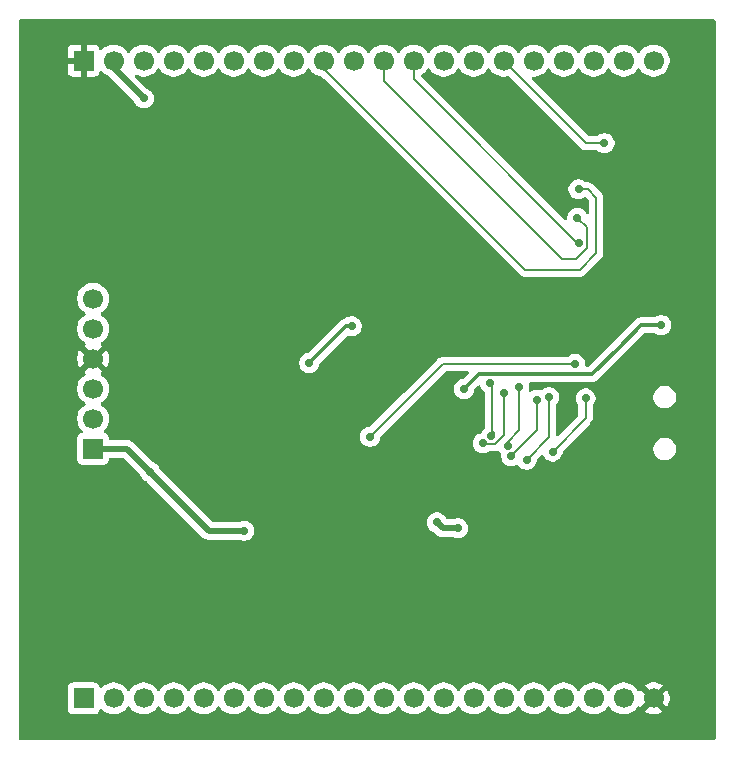
<source format=gbl>
%TF.GenerationSoftware,KiCad,Pcbnew,9.0.5*%
%TF.CreationDate,2025-11-25T11:42:17+01:00*%
%TF.ProjectId,PTP,5054502e-6b69-4636-9164-5f7063625858,rev?*%
%TF.SameCoordinates,Original*%
%TF.FileFunction,Copper,L2,Bot*%
%TF.FilePolarity,Positive*%
%FSLAX46Y46*%
G04 Gerber Fmt 4.6, Leading zero omitted, Abs format (unit mm)*
G04 Created by KiCad (PCBNEW 9.0.5) date 2025-11-25 11:42:17*
%MOMM*%
%LPD*%
G01*
G04 APERTURE LIST*
%TA.AperFunction,ComponentPad*%
%ADD10R,1.700000X1.700000*%
%TD*%
%TA.AperFunction,ComponentPad*%
%ADD11C,1.700000*%
%TD*%
%TA.AperFunction,ViaPad*%
%ADD12C,0.700000*%
%TD*%
%TA.AperFunction,Conductor*%
%ADD13C,0.500000*%
%TD*%
%TA.AperFunction,Conductor*%
%ADD14C,0.200000*%
%TD*%
%TA.AperFunction,Conductor*%
%ADD15C,0.300000*%
%TD*%
G04 APERTURE END LIST*
D10*
%TO.P,J4,1,Pin_1*%
%TO.N,/PC13*%
X85000000Y-132000000D03*
D11*
%TO.P,J4,2,Pin_2*%
%TO.N,/PC14*%
X87540000Y-132000000D03*
%TO.P,J4,3,Pin_3*%
%TO.N,/PC15*%
X90080000Y-132000000D03*
%TO.P,J4,4,Pin_4*%
%TO.N,/NRST*%
X92620000Y-132000000D03*
%TO.P,J4,5,Pin_5*%
%TO.N,/PA0*%
X95160000Y-132000000D03*
%TO.P,J4,6,Pin_6*%
%TO.N,/PA1*%
X97700000Y-132000000D03*
%TO.P,J4,7,Pin_7*%
%TO.N,/PA2*%
X100240000Y-132000000D03*
%TO.P,J4,8,Pin_8*%
%TO.N,/PA3*%
X102780000Y-132000000D03*
%TO.P,J4,9,Pin_9*%
%TO.N,/PA4*%
X105320000Y-132000000D03*
%TO.P,J4,10,Pin_10*%
%TO.N,/PA5*%
X107860000Y-132000000D03*
%TO.P,J4,11,Pin_11*%
%TO.N,/PA6*%
X110400000Y-132000000D03*
%TO.P,J4,12,Pin_12*%
%TO.N,/PA7*%
X112940000Y-132000000D03*
%TO.P,J4,13,Pin_13*%
%TO.N,/PB0*%
X115480000Y-132000000D03*
%TO.P,J4,14,Pin_14*%
%TO.N,/PB1*%
X118020000Y-132000000D03*
%TO.P,J4,15,Pin_15*%
%TO.N,/PB2*%
X120560000Y-132000000D03*
%TO.P,J4,16,Pin_16*%
%TO.N,/PB10*%
X123100000Y-132000000D03*
%TO.P,J4,17,Pin_17*%
%TO.N,/PB11*%
X125640000Y-132000000D03*
%TO.P,J4,18,Pin_18*%
%TO.N,/PB12*%
X128180000Y-132000000D03*
%TO.P,J4,19,Pin_19*%
%TO.N,+3V3*%
X130720000Y-132000000D03*
%TO.P,J4,20,Pin_20*%
%TO.N,GND*%
X133260000Y-132000000D03*
%TD*%
D10*
%TO.P,J5,1,Pin_1*%
%TO.N,GND*%
X85000000Y-78000000D03*
D11*
%TO.P,J5,2,Pin_2*%
%TO.N,+3V3*%
X87540000Y-78000000D03*
%TO.P,J5,3,Pin_3*%
%TO.N,/PB9*%
X90080000Y-78000000D03*
%TO.P,J5,4,Pin_4*%
%TO.N,/PB8*%
X92620000Y-78000000D03*
%TO.P,J5,5,Pin_5*%
%TO.N,/PB7*%
X95160000Y-78000000D03*
%TO.P,J5,6,Pin_6*%
%TO.N,/PB6*%
X97700000Y-78000000D03*
%TO.P,J5,7,Pin_7*%
%TO.N,/PB5*%
X100240000Y-78000000D03*
%TO.P,J5,8,Pin_8*%
%TO.N,/PB4*%
X102780000Y-78000000D03*
%TO.P,J5,9,Pin_9*%
%TO.N,/PB3(SWO)*%
X105320000Y-78000000D03*
%TO.P,J5,10,Pin_10*%
%TO.N,/PA15*%
X107860000Y-78000000D03*
%TO.P,J5,11,Pin_11*%
%TO.N,/SWCLK*%
X110400000Y-78000000D03*
%TO.P,J5,12,Pin_12*%
%TO.N,/SWDIO*%
X112940000Y-78000000D03*
%TO.P,J5,13,Pin_13*%
%TO.N,/USB_D+*%
X115480000Y-78000000D03*
%TO.P,J5,14,Pin_14*%
%TO.N,/USB_D-*%
X118020000Y-78000000D03*
%TO.P,J5,15,Pin_15*%
%TO.N,/USART1_RX*%
X120560000Y-78000000D03*
%TO.P,J5,16,Pin_16*%
%TO.N,/USART1_TX*%
X123100000Y-78000000D03*
%TO.P,J5,17,Pin_17*%
%TO.N,/PA8*%
X125640000Y-78000000D03*
%TO.P,J5,18,Pin_18*%
%TO.N,/PB15*%
X128180000Y-78000000D03*
%TO.P,J5,19,Pin_19*%
%TO.N,/PB14*%
X130720000Y-78000000D03*
%TO.P,J5,20,Pin_20*%
%TO.N,/PB13*%
X133260000Y-78000000D03*
%TD*%
%TO.P,J3,6,Pin_6*%
%TO.N,/NRST*%
X85800000Y-98160000D03*
%TO.P,J3,5,Pin_5*%
%TO.N,/PB3(SWO)*%
X85800000Y-100700000D03*
%TO.P,J3,4,Pin_4*%
%TO.N,GND*%
X85800000Y-103240000D03*
%TO.P,J3,3,Pin_3*%
%TO.N,/SWCLK*%
X85800000Y-105780000D03*
%TO.P,J3,2,Pin_2*%
%TO.N,/SWDIO*%
X85800000Y-108320000D03*
D10*
%TO.P,J3,1,Pin_1*%
%TO.N,+3V3*%
X85800000Y-110860000D03*
%TD*%
D12*
%TO.N,GND*%
X133300000Y-129500000D03*
X135600000Y-88500000D03*
X135650000Y-91650000D03*
%TO.N,+3V3*%
X133900000Y-100400000D03*
X117200000Y-105800000D03*
X107700000Y-100500000D03*
X104100000Y-103600000D03*
%TO.N,GND*%
X117700000Y-125900000D03*
%TO.N,+3V3*%
X98600000Y-117800000D03*
X90100000Y-81200000D03*
X90600000Y-112800000D03*
%TO.N,GND*%
X84900000Y-81600000D03*
%TO.N,+3V3*%
X116700000Y-117600000D03*
X114900000Y-117100000D03*
%TO.N,/NRST*%
X109250000Y-109850000D03*
X126600000Y-103700000D03*
%TO.N,/SWCLK*%
X126800000Y-91300000D03*
%TO.N,/SWDIO*%
X126900000Y-93400000D03*
%TO.N,/USART1_RX*%
X129100000Y-85000000D03*
%TO.N,/PB3(SWO)*%
X126900000Y-88900000D03*
%TO.N,/USART1_RX*%
X119400000Y-105300000D03*
%TO.N,/USART1_TX*%
X120600000Y-106100000D03*
X118800000Y-110400000D03*
%TO.N,/USART1_RX*%
X119521296Y-109781747D03*
%TO.N,/PB13*%
X127500000Y-106600000D03*
%TO.N,/PA8*%
X121900000Y-105600000D03*
%TO.N,/PB15*%
X123400000Y-106700000D03*
%TO.N,/PB14*%
X124400000Y-106500000D03*
X122500000Y-111800000D03*
%TO.N,/PB13*%
X124700000Y-111100000D03*
%TO.N,/PB15*%
X121200000Y-111500000D03*
%TO.N,/PA8*%
X120899583Y-110598749D03*
%TO.N,GND*%
X102500000Y-112825000D03*
X104400000Y-111500000D03*
X93950000Y-94050000D03*
X119244000Y-113718000D03*
X128175000Y-108750000D03*
X110000000Y-100500000D03*
X113900000Y-112500000D03*
X99700000Y-111350000D03*
X129400000Y-106500000D03*
X101400000Y-106100000D03*
X118600000Y-107700000D03*
X128588000Y-118040000D03*
X122000000Y-115000000D03*
X118494000Y-113718000D03*
X126138000Y-119440000D03*
X105800000Y-105000000D03*
X103700000Y-109250000D03*
X127638000Y-118040000D03*
%TD*%
D13*
%TO.N,+3V3*%
X90080000Y-81200000D02*
X87540000Y-78660000D01*
X87540000Y-78660000D02*
X87540000Y-78000000D01*
X90100000Y-81200000D02*
X90080000Y-81200000D01*
D14*
%TO.N,/SWCLK*%
X125500000Y-94800000D02*
X110440000Y-79740000D01*
X127601000Y-93899000D02*
X126700000Y-94800000D01*
X110440000Y-79740000D02*
X110440000Y-78040000D01*
X127601000Y-92101000D02*
X127601000Y-93899000D01*
X126700000Y-94800000D02*
X125500000Y-94800000D01*
X110440000Y-78040000D02*
X110400000Y-78000000D01*
X126800000Y-91300000D02*
X127601000Y-92101000D01*
%TO.N,/USART1_RX*%
X127560000Y-85000000D02*
X120560000Y-78000000D01*
X129100000Y-85000000D02*
X127560000Y-85000000D01*
D15*
%TO.N,+3V3*%
X132100000Y-100500000D02*
X132200000Y-100400000D01*
X132200000Y-100400000D02*
X133900000Y-100400000D01*
X130300000Y-102300000D02*
X132100000Y-100500000D01*
X128051000Y-104549000D02*
X130300000Y-102300000D01*
X118451000Y-104549000D02*
X128051000Y-104549000D01*
X117200000Y-105800000D02*
X118451000Y-104549000D01*
X107200000Y-100500000D02*
X104100000Y-103600000D01*
X107700000Y-100500000D02*
X107200000Y-100500000D01*
D13*
X95600000Y-117800000D02*
X98600000Y-117800000D01*
X90600000Y-112800000D02*
X95600000Y-117800000D01*
X88660000Y-110860000D02*
X85800000Y-110860000D01*
X90600000Y-112800000D02*
X88660000Y-110860000D01*
X115400000Y-117600000D02*
X114900000Y-117100000D01*
X116700000Y-117600000D02*
X115400000Y-117600000D01*
D14*
%TO.N,/NRST*%
X109250000Y-109850000D02*
X109200000Y-109900000D01*
X115400000Y-103700000D02*
X109250000Y-109850000D01*
X126600000Y-103700000D02*
X115400000Y-103700000D01*
%TO.N,/SWDIO*%
X112980000Y-79580000D02*
X112980000Y-78700000D01*
X126800000Y-93400000D02*
X112980000Y-79580000D01*
X126900000Y-93400000D02*
X126800000Y-93400000D01*
%TO.N,/PB3(SWO)*%
X127700000Y-88900000D02*
X126900000Y-88900000D01*
X128400000Y-89600000D02*
X127700000Y-88900000D01*
X127000000Y-95700000D02*
X128400000Y-94300000D01*
X128400000Y-94300000D02*
X128400000Y-89600000D01*
X122360000Y-95700000D02*
X127000000Y-95700000D01*
X105360000Y-78700000D02*
X122360000Y-95700000D01*
%TO.N,/PA8*%
X120899583Y-110300417D02*
X121900000Y-109300000D01*
X121900000Y-109300000D02*
X121900000Y-105600000D01*
X120899583Y-110598749D02*
X120899583Y-110300417D01*
%TO.N,/USART1_TX*%
X119811660Y-110482747D02*
X120600000Y-109694407D01*
X120600000Y-109694407D02*
X120600000Y-106100000D01*
X119799000Y-110482747D02*
X119811660Y-110482747D01*
X118882747Y-110482747D02*
X119799000Y-110482747D01*
X118800000Y-110400000D02*
X118882747Y-110482747D01*
%TO.N,/USART1_RX*%
X119600000Y-105500000D02*
X119400000Y-105300000D01*
X119600000Y-109400000D02*
X119600000Y-105500000D01*
X119721296Y-109521296D02*
X119600000Y-109400000D01*
X119721296Y-109581747D02*
X119721296Y-109521296D01*
X119521296Y-109781747D02*
X119721296Y-109581747D01*
%TO.N,/PB13*%
X127500000Y-108300000D02*
X127500000Y-106600000D01*
X124700000Y-111100000D02*
X127500000Y-108300000D01*
%TO.N,/PB14*%
X124400000Y-109900000D02*
X124400000Y-106500000D01*
X122500000Y-111800000D02*
X124400000Y-109900000D01*
%TO.N,/PB15*%
X123400000Y-109300000D02*
X123400000Y-106700000D01*
X121200000Y-111500000D02*
X123400000Y-109300000D01*
%TD*%
%TA.AperFunction,Conductor*%
%TO.N,GND*%
G36*
X138442539Y-74520185D02*
G01*
X138488294Y-74572989D01*
X138499500Y-74624500D01*
X138499500Y-135375500D01*
X138479815Y-135442539D01*
X138427011Y-135488294D01*
X138375500Y-135499500D01*
X79624500Y-135499500D01*
X79557461Y-135479815D01*
X79511706Y-135427011D01*
X79500500Y-135375500D01*
X79500500Y-131102135D01*
X83649500Y-131102135D01*
X83649500Y-132897870D01*
X83649501Y-132897876D01*
X83655908Y-132957483D01*
X83706202Y-133092328D01*
X83706206Y-133092335D01*
X83792452Y-133207544D01*
X83792455Y-133207547D01*
X83907664Y-133293793D01*
X83907671Y-133293797D01*
X84042517Y-133344091D01*
X84042516Y-133344091D01*
X84049444Y-133344835D01*
X84102127Y-133350500D01*
X85897872Y-133350499D01*
X85957483Y-133344091D01*
X86092331Y-133293796D01*
X86207546Y-133207546D01*
X86293796Y-133092331D01*
X86342810Y-132960916D01*
X86384681Y-132904984D01*
X86450145Y-132880566D01*
X86518418Y-132895417D01*
X86546673Y-132916569D01*
X86660213Y-133030109D01*
X86832179Y-133155048D01*
X86832181Y-133155049D01*
X86832184Y-133155051D01*
X87021588Y-133251557D01*
X87223757Y-133317246D01*
X87433713Y-133350500D01*
X87433714Y-133350500D01*
X87646286Y-133350500D01*
X87646287Y-133350500D01*
X87856243Y-133317246D01*
X88058412Y-133251557D01*
X88247816Y-133155051D01*
X88334138Y-133092335D01*
X88419786Y-133030109D01*
X88419788Y-133030106D01*
X88419792Y-133030104D01*
X88570104Y-132879792D01*
X88570106Y-132879788D01*
X88570109Y-132879786D01*
X88695048Y-132707820D01*
X88695047Y-132707820D01*
X88695051Y-132707816D01*
X88699514Y-132699054D01*
X88747488Y-132648259D01*
X88815308Y-132631463D01*
X88881444Y-132653999D01*
X88920486Y-132699056D01*
X88924951Y-132707820D01*
X89049890Y-132879786D01*
X89200213Y-133030109D01*
X89372179Y-133155048D01*
X89372181Y-133155049D01*
X89372184Y-133155051D01*
X89561588Y-133251557D01*
X89763757Y-133317246D01*
X89973713Y-133350500D01*
X89973714Y-133350500D01*
X90186286Y-133350500D01*
X90186287Y-133350500D01*
X90396243Y-133317246D01*
X90598412Y-133251557D01*
X90787816Y-133155051D01*
X90874138Y-133092335D01*
X90959786Y-133030109D01*
X90959788Y-133030106D01*
X90959792Y-133030104D01*
X91110104Y-132879792D01*
X91110106Y-132879788D01*
X91110109Y-132879786D01*
X91235048Y-132707820D01*
X91235047Y-132707820D01*
X91235051Y-132707816D01*
X91239514Y-132699054D01*
X91287488Y-132648259D01*
X91355308Y-132631463D01*
X91421444Y-132653999D01*
X91460486Y-132699056D01*
X91464951Y-132707820D01*
X91589890Y-132879786D01*
X91740213Y-133030109D01*
X91912179Y-133155048D01*
X91912181Y-133155049D01*
X91912184Y-133155051D01*
X92101588Y-133251557D01*
X92303757Y-133317246D01*
X92513713Y-133350500D01*
X92513714Y-133350500D01*
X92726286Y-133350500D01*
X92726287Y-133350500D01*
X92936243Y-133317246D01*
X93138412Y-133251557D01*
X93327816Y-133155051D01*
X93414138Y-133092335D01*
X93499786Y-133030109D01*
X93499788Y-133030106D01*
X93499792Y-133030104D01*
X93650104Y-132879792D01*
X93650106Y-132879788D01*
X93650109Y-132879786D01*
X93775048Y-132707820D01*
X93775047Y-132707820D01*
X93775051Y-132707816D01*
X93779514Y-132699054D01*
X93827488Y-132648259D01*
X93895308Y-132631463D01*
X93961444Y-132653999D01*
X94000486Y-132699056D01*
X94004951Y-132707820D01*
X94129890Y-132879786D01*
X94280213Y-133030109D01*
X94452179Y-133155048D01*
X94452181Y-133155049D01*
X94452184Y-133155051D01*
X94641588Y-133251557D01*
X94843757Y-133317246D01*
X95053713Y-133350500D01*
X95053714Y-133350500D01*
X95266286Y-133350500D01*
X95266287Y-133350500D01*
X95476243Y-133317246D01*
X95678412Y-133251557D01*
X95867816Y-133155051D01*
X95954138Y-133092335D01*
X96039786Y-133030109D01*
X96039788Y-133030106D01*
X96039792Y-133030104D01*
X96190104Y-132879792D01*
X96190106Y-132879788D01*
X96190109Y-132879786D01*
X96315048Y-132707820D01*
X96315047Y-132707820D01*
X96315051Y-132707816D01*
X96319514Y-132699054D01*
X96367488Y-132648259D01*
X96435308Y-132631463D01*
X96501444Y-132653999D01*
X96540486Y-132699056D01*
X96544951Y-132707820D01*
X96669890Y-132879786D01*
X96820213Y-133030109D01*
X96992179Y-133155048D01*
X96992181Y-133155049D01*
X96992184Y-133155051D01*
X97181588Y-133251557D01*
X97383757Y-133317246D01*
X97593713Y-133350500D01*
X97593714Y-133350500D01*
X97806286Y-133350500D01*
X97806287Y-133350500D01*
X98016243Y-133317246D01*
X98218412Y-133251557D01*
X98407816Y-133155051D01*
X98494138Y-133092335D01*
X98579786Y-133030109D01*
X98579788Y-133030106D01*
X98579792Y-133030104D01*
X98730104Y-132879792D01*
X98730106Y-132879788D01*
X98730109Y-132879786D01*
X98855048Y-132707820D01*
X98855047Y-132707820D01*
X98855051Y-132707816D01*
X98859514Y-132699054D01*
X98907488Y-132648259D01*
X98975308Y-132631463D01*
X99041444Y-132653999D01*
X99080486Y-132699056D01*
X99084951Y-132707820D01*
X99209890Y-132879786D01*
X99360213Y-133030109D01*
X99532179Y-133155048D01*
X99532181Y-133155049D01*
X99532184Y-133155051D01*
X99721588Y-133251557D01*
X99923757Y-133317246D01*
X100133713Y-133350500D01*
X100133714Y-133350500D01*
X100346286Y-133350500D01*
X100346287Y-133350500D01*
X100556243Y-133317246D01*
X100758412Y-133251557D01*
X100947816Y-133155051D01*
X101034138Y-133092335D01*
X101119786Y-133030109D01*
X101119788Y-133030106D01*
X101119792Y-133030104D01*
X101270104Y-132879792D01*
X101270106Y-132879788D01*
X101270109Y-132879786D01*
X101395048Y-132707820D01*
X101395047Y-132707820D01*
X101395051Y-132707816D01*
X101399514Y-132699054D01*
X101447488Y-132648259D01*
X101515308Y-132631463D01*
X101581444Y-132653999D01*
X101620486Y-132699056D01*
X101624951Y-132707820D01*
X101749890Y-132879786D01*
X101900213Y-133030109D01*
X102072179Y-133155048D01*
X102072181Y-133155049D01*
X102072184Y-133155051D01*
X102261588Y-133251557D01*
X102463757Y-133317246D01*
X102673713Y-133350500D01*
X102673714Y-133350500D01*
X102886286Y-133350500D01*
X102886287Y-133350500D01*
X103096243Y-133317246D01*
X103298412Y-133251557D01*
X103487816Y-133155051D01*
X103574138Y-133092335D01*
X103659786Y-133030109D01*
X103659788Y-133030106D01*
X103659792Y-133030104D01*
X103810104Y-132879792D01*
X103810106Y-132879788D01*
X103810109Y-132879786D01*
X103935048Y-132707820D01*
X103935047Y-132707820D01*
X103935051Y-132707816D01*
X103939514Y-132699054D01*
X103987488Y-132648259D01*
X104055308Y-132631463D01*
X104121444Y-132653999D01*
X104160486Y-132699056D01*
X104164951Y-132707820D01*
X104289890Y-132879786D01*
X104440213Y-133030109D01*
X104612179Y-133155048D01*
X104612181Y-133155049D01*
X104612184Y-133155051D01*
X104801588Y-133251557D01*
X105003757Y-133317246D01*
X105213713Y-133350500D01*
X105213714Y-133350500D01*
X105426286Y-133350500D01*
X105426287Y-133350500D01*
X105636243Y-133317246D01*
X105838412Y-133251557D01*
X106027816Y-133155051D01*
X106114138Y-133092335D01*
X106199786Y-133030109D01*
X106199788Y-133030106D01*
X106199792Y-133030104D01*
X106350104Y-132879792D01*
X106350106Y-132879788D01*
X106350109Y-132879786D01*
X106475048Y-132707820D01*
X106475047Y-132707820D01*
X106475051Y-132707816D01*
X106479514Y-132699054D01*
X106527488Y-132648259D01*
X106595308Y-132631463D01*
X106661444Y-132653999D01*
X106700486Y-132699056D01*
X106704951Y-132707820D01*
X106829890Y-132879786D01*
X106980213Y-133030109D01*
X107152179Y-133155048D01*
X107152181Y-133155049D01*
X107152184Y-133155051D01*
X107341588Y-133251557D01*
X107543757Y-133317246D01*
X107753713Y-133350500D01*
X107753714Y-133350500D01*
X107966286Y-133350500D01*
X107966287Y-133350500D01*
X108176243Y-133317246D01*
X108378412Y-133251557D01*
X108567816Y-133155051D01*
X108654138Y-133092335D01*
X108739786Y-133030109D01*
X108739788Y-133030106D01*
X108739792Y-133030104D01*
X108890104Y-132879792D01*
X108890106Y-132879788D01*
X108890109Y-132879786D01*
X109015048Y-132707820D01*
X109015047Y-132707820D01*
X109015051Y-132707816D01*
X109019514Y-132699054D01*
X109067488Y-132648259D01*
X109135308Y-132631463D01*
X109201444Y-132653999D01*
X109240486Y-132699056D01*
X109244951Y-132707820D01*
X109369890Y-132879786D01*
X109520213Y-133030109D01*
X109692179Y-133155048D01*
X109692181Y-133155049D01*
X109692184Y-133155051D01*
X109881588Y-133251557D01*
X110083757Y-133317246D01*
X110293713Y-133350500D01*
X110293714Y-133350500D01*
X110506286Y-133350500D01*
X110506287Y-133350500D01*
X110716243Y-133317246D01*
X110918412Y-133251557D01*
X111107816Y-133155051D01*
X111194138Y-133092335D01*
X111279786Y-133030109D01*
X111279788Y-133030106D01*
X111279792Y-133030104D01*
X111430104Y-132879792D01*
X111430106Y-132879788D01*
X111430109Y-132879786D01*
X111555048Y-132707820D01*
X111555047Y-132707820D01*
X111555051Y-132707816D01*
X111559514Y-132699054D01*
X111607488Y-132648259D01*
X111675308Y-132631463D01*
X111741444Y-132653999D01*
X111780486Y-132699056D01*
X111784951Y-132707820D01*
X111909890Y-132879786D01*
X112060213Y-133030109D01*
X112232179Y-133155048D01*
X112232181Y-133155049D01*
X112232184Y-133155051D01*
X112421588Y-133251557D01*
X112623757Y-133317246D01*
X112833713Y-133350500D01*
X112833714Y-133350500D01*
X113046286Y-133350500D01*
X113046287Y-133350500D01*
X113256243Y-133317246D01*
X113458412Y-133251557D01*
X113647816Y-133155051D01*
X113734138Y-133092335D01*
X113819786Y-133030109D01*
X113819788Y-133030106D01*
X113819792Y-133030104D01*
X113970104Y-132879792D01*
X113970106Y-132879788D01*
X113970109Y-132879786D01*
X114095048Y-132707820D01*
X114095047Y-132707820D01*
X114095051Y-132707816D01*
X114099514Y-132699054D01*
X114147488Y-132648259D01*
X114215308Y-132631463D01*
X114281444Y-132653999D01*
X114320486Y-132699056D01*
X114324951Y-132707820D01*
X114449890Y-132879786D01*
X114600213Y-133030109D01*
X114772179Y-133155048D01*
X114772181Y-133155049D01*
X114772184Y-133155051D01*
X114961588Y-133251557D01*
X115163757Y-133317246D01*
X115373713Y-133350500D01*
X115373714Y-133350500D01*
X115586286Y-133350500D01*
X115586287Y-133350500D01*
X115796243Y-133317246D01*
X115998412Y-133251557D01*
X116187816Y-133155051D01*
X116274138Y-133092335D01*
X116359786Y-133030109D01*
X116359788Y-133030106D01*
X116359792Y-133030104D01*
X116510104Y-132879792D01*
X116510106Y-132879788D01*
X116510109Y-132879786D01*
X116635048Y-132707820D01*
X116635047Y-132707820D01*
X116635051Y-132707816D01*
X116639514Y-132699054D01*
X116687488Y-132648259D01*
X116755308Y-132631463D01*
X116821444Y-132653999D01*
X116860486Y-132699056D01*
X116864951Y-132707820D01*
X116989890Y-132879786D01*
X117140213Y-133030109D01*
X117312179Y-133155048D01*
X117312181Y-133155049D01*
X117312184Y-133155051D01*
X117501588Y-133251557D01*
X117703757Y-133317246D01*
X117913713Y-133350500D01*
X117913714Y-133350500D01*
X118126286Y-133350500D01*
X118126287Y-133350500D01*
X118336243Y-133317246D01*
X118538412Y-133251557D01*
X118727816Y-133155051D01*
X118814138Y-133092335D01*
X118899786Y-133030109D01*
X118899788Y-133030106D01*
X118899792Y-133030104D01*
X119050104Y-132879792D01*
X119050106Y-132879788D01*
X119050109Y-132879786D01*
X119175048Y-132707820D01*
X119175047Y-132707820D01*
X119175051Y-132707816D01*
X119179514Y-132699054D01*
X119227488Y-132648259D01*
X119295308Y-132631463D01*
X119361444Y-132653999D01*
X119400486Y-132699056D01*
X119404951Y-132707820D01*
X119529890Y-132879786D01*
X119680213Y-133030109D01*
X119852179Y-133155048D01*
X119852181Y-133155049D01*
X119852184Y-133155051D01*
X120041588Y-133251557D01*
X120243757Y-133317246D01*
X120453713Y-133350500D01*
X120453714Y-133350500D01*
X120666286Y-133350500D01*
X120666287Y-133350500D01*
X120876243Y-133317246D01*
X121078412Y-133251557D01*
X121267816Y-133155051D01*
X121354138Y-133092335D01*
X121439786Y-133030109D01*
X121439788Y-133030106D01*
X121439792Y-133030104D01*
X121590104Y-132879792D01*
X121590106Y-132879788D01*
X121590109Y-132879786D01*
X121715048Y-132707820D01*
X121715047Y-132707820D01*
X121715051Y-132707816D01*
X121719514Y-132699054D01*
X121767488Y-132648259D01*
X121835308Y-132631463D01*
X121901444Y-132653999D01*
X121940486Y-132699056D01*
X121944951Y-132707820D01*
X122069890Y-132879786D01*
X122220213Y-133030109D01*
X122392179Y-133155048D01*
X122392181Y-133155049D01*
X122392184Y-133155051D01*
X122581588Y-133251557D01*
X122783757Y-133317246D01*
X122993713Y-133350500D01*
X122993714Y-133350500D01*
X123206286Y-133350500D01*
X123206287Y-133350500D01*
X123416243Y-133317246D01*
X123618412Y-133251557D01*
X123807816Y-133155051D01*
X123894138Y-133092335D01*
X123979786Y-133030109D01*
X123979788Y-133030106D01*
X123979792Y-133030104D01*
X124130104Y-132879792D01*
X124130106Y-132879788D01*
X124130109Y-132879786D01*
X124255048Y-132707820D01*
X124255047Y-132707820D01*
X124255051Y-132707816D01*
X124259514Y-132699054D01*
X124307488Y-132648259D01*
X124375308Y-132631463D01*
X124441444Y-132653999D01*
X124480486Y-132699056D01*
X124484951Y-132707820D01*
X124609890Y-132879786D01*
X124760213Y-133030109D01*
X124932179Y-133155048D01*
X124932181Y-133155049D01*
X124932184Y-133155051D01*
X125121588Y-133251557D01*
X125323757Y-133317246D01*
X125533713Y-133350500D01*
X125533714Y-133350500D01*
X125746286Y-133350500D01*
X125746287Y-133350500D01*
X125956243Y-133317246D01*
X126158412Y-133251557D01*
X126347816Y-133155051D01*
X126434138Y-133092335D01*
X126519786Y-133030109D01*
X126519788Y-133030106D01*
X126519792Y-133030104D01*
X126670104Y-132879792D01*
X126670106Y-132879788D01*
X126670109Y-132879786D01*
X126795048Y-132707820D01*
X126795047Y-132707820D01*
X126795051Y-132707816D01*
X126799514Y-132699054D01*
X126847488Y-132648259D01*
X126915308Y-132631463D01*
X126981444Y-132653999D01*
X127020486Y-132699056D01*
X127024951Y-132707820D01*
X127149890Y-132879786D01*
X127300213Y-133030109D01*
X127472179Y-133155048D01*
X127472181Y-133155049D01*
X127472184Y-133155051D01*
X127661588Y-133251557D01*
X127863757Y-133317246D01*
X128073713Y-133350500D01*
X128073714Y-133350500D01*
X128286286Y-133350500D01*
X128286287Y-133350500D01*
X128496243Y-133317246D01*
X128698412Y-133251557D01*
X128887816Y-133155051D01*
X128974138Y-133092335D01*
X129059786Y-133030109D01*
X129059788Y-133030106D01*
X129059792Y-133030104D01*
X129210104Y-132879792D01*
X129210106Y-132879788D01*
X129210109Y-132879786D01*
X129335048Y-132707820D01*
X129335047Y-132707820D01*
X129335051Y-132707816D01*
X129339514Y-132699054D01*
X129387488Y-132648259D01*
X129455308Y-132631463D01*
X129521444Y-132653999D01*
X129560486Y-132699056D01*
X129564951Y-132707820D01*
X129689890Y-132879786D01*
X129840213Y-133030109D01*
X130012179Y-133155048D01*
X130012181Y-133155049D01*
X130012184Y-133155051D01*
X130201588Y-133251557D01*
X130403757Y-133317246D01*
X130613713Y-133350500D01*
X130613714Y-133350500D01*
X130826286Y-133350500D01*
X130826287Y-133350500D01*
X131036243Y-133317246D01*
X131238412Y-133251557D01*
X131427816Y-133155051D01*
X131514138Y-133092335D01*
X131599786Y-133030109D01*
X131599788Y-133030106D01*
X131599792Y-133030104D01*
X131750104Y-132879792D01*
X131750106Y-132879788D01*
X131750109Y-132879786D01*
X131835890Y-132761717D01*
X131875051Y-132707816D01*
X131879793Y-132698508D01*
X131927763Y-132647711D01*
X131995583Y-132630911D01*
X132061719Y-132653445D01*
X132100763Y-132698500D01*
X132105373Y-132707547D01*
X132144728Y-132761716D01*
X132777037Y-132129408D01*
X132794075Y-132192993D01*
X132859901Y-132307007D01*
X132952993Y-132400099D01*
X133067007Y-132465925D01*
X133130590Y-132482962D01*
X132498282Y-133115269D01*
X132498282Y-133115270D01*
X132552449Y-133154624D01*
X132741782Y-133251095D01*
X132943870Y-133316757D01*
X133153754Y-133350000D01*
X133366246Y-133350000D01*
X133576127Y-133316757D01*
X133576130Y-133316757D01*
X133778217Y-133251095D01*
X133967554Y-133154622D01*
X134021716Y-133115270D01*
X134021717Y-133115270D01*
X133389408Y-132482962D01*
X133452993Y-132465925D01*
X133567007Y-132400099D01*
X133660099Y-132307007D01*
X133725925Y-132192993D01*
X133742962Y-132129409D01*
X134375270Y-132761717D01*
X134375270Y-132761716D01*
X134414622Y-132707554D01*
X134511095Y-132518217D01*
X134576757Y-132316130D01*
X134576757Y-132316127D01*
X134610000Y-132106246D01*
X134610000Y-131893753D01*
X134576757Y-131683872D01*
X134576757Y-131683869D01*
X134511095Y-131481782D01*
X134414624Y-131292449D01*
X134375270Y-131238282D01*
X134375269Y-131238282D01*
X133742962Y-131870590D01*
X133725925Y-131807007D01*
X133660099Y-131692993D01*
X133567007Y-131599901D01*
X133452993Y-131534075D01*
X133389409Y-131517037D01*
X134021716Y-130884728D01*
X133967550Y-130845375D01*
X133778217Y-130748904D01*
X133576129Y-130683242D01*
X133366246Y-130650000D01*
X133153754Y-130650000D01*
X132943872Y-130683242D01*
X132943869Y-130683242D01*
X132741782Y-130748904D01*
X132552439Y-130845380D01*
X132498282Y-130884727D01*
X132498282Y-130884728D01*
X133130591Y-131517037D01*
X133067007Y-131534075D01*
X132952993Y-131599901D01*
X132859901Y-131692993D01*
X132794075Y-131807007D01*
X132777037Y-131870591D01*
X132144728Y-131238282D01*
X132144727Y-131238282D01*
X132105380Y-131292440D01*
X132105376Y-131292446D01*
X132100760Y-131301505D01*
X132052781Y-131352297D01*
X131984959Y-131369087D01*
X131918826Y-131346543D01*
X131879794Y-131301493D01*
X131875051Y-131292184D01*
X131875049Y-131292181D01*
X131875048Y-131292179D01*
X131750109Y-131120213D01*
X131599786Y-130969890D01*
X131427820Y-130844951D01*
X131238414Y-130748444D01*
X131238413Y-130748443D01*
X131238412Y-130748443D01*
X131036243Y-130682754D01*
X131036241Y-130682753D01*
X131036240Y-130682753D01*
X130874957Y-130657208D01*
X130826287Y-130649500D01*
X130613713Y-130649500D01*
X130565042Y-130657208D01*
X130403760Y-130682753D01*
X130201585Y-130748444D01*
X130012179Y-130844951D01*
X129840213Y-130969890D01*
X129689890Y-131120213D01*
X129564949Y-131292182D01*
X129560484Y-131300946D01*
X129512509Y-131351742D01*
X129444688Y-131368536D01*
X129378553Y-131345998D01*
X129339516Y-131300946D01*
X129335050Y-131292182D01*
X129210109Y-131120213D01*
X129059786Y-130969890D01*
X128887820Y-130844951D01*
X128698414Y-130748444D01*
X128698413Y-130748443D01*
X128698412Y-130748443D01*
X128496243Y-130682754D01*
X128496241Y-130682753D01*
X128496240Y-130682753D01*
X128334957Y-130657208D01*
X128286287Y-130649500D01*
X128073713Y-130649500D01*
X128025042Y-130657208D01*
X127863760Y-130682753D01*
X127661585Y-130748444D01*
X127472179Y-130844951D01*
X127300213Y-130969890D01*
X127149890Y-131120213D01*
X127024949Y-131292182D01*
X127020484Y-131300946D01*
X126972509Y-131351742D01*
X126904688Y-131368536D01*
X126838553Y-131345998D01*
X126799516Y-131300946D01*
X126795050Y-131292182D01*
X126670109Y-131120213D01*
X126519786Y-130969890D01*
X126347820Y-130844951D01*
X126158414Y-130748444D01*
X126158413Y-130748443D01*
X126158412Y-130748443D01*
X125956243Y-130682754D01*
X125956241Y-130682753D01*
X125956240Y-130682753D01*
X125794957Y-130657208D01*
X125746287Y-130649500D01*
X125533713Y-130649500D01*
X125485042Y-130657208D01*
X125323760Y-130682753D01*
X125121585Y-130748444D01*
X124932179Y-130844951D01*
X124760213Y-130969890D01*
X124609890Y-131120213D01*
X124484949Y-131292182D01*
X124480484Y-131300946D01*
X124432509Y-131351742D01*
X124364688Y-131368536D01*
X124298553Y-131345998D01*
X124259516Y-131300946D01*
X124255050Y-131292182D01*
X124130109Y-131120213D01*
X123979786Y-130969890D01*
X123807820Y-130844951D01*
X123618414Y-130748444D01*
X123618413Y-130748443D01*
X123618412Y-130748443D01*
X123416243Y-130682754D01*
X123416241Y-130682753D01*
X123416240Y-130682753D01*
X123254957Y-130657208D01*
X123206287Y-130649500D01*
X122993713Y-130649500D01*
X122945042Y-130657208D01*
X122783760Y-130682753D01*
X122581585Y-130748444D01*
X122392179Y-130844951D01*
X122220213Y-130969890D01*
X122069890Y-131120213D01*
X121944949Y-131292182D01*
X121940484Y-131300946D01*
X121892509Y-131351742D01*
X121824688Y-131368536D01*
X121758553Y-131345998D01*
X121719516Y-131300946D01*
X121715050Y-131292182D01*
X121590109Y-131120213D01*
X121439786Y-130969890D01*
X121267820Y-130844951D01*
X121078414Y-130748444D01*
X121078413Y-130748443D01*
X121078412Y-130748443D01*
X120876243Y-130682754D01*
X120876241Y-130682753D01*
X120876240Y-130682753D01*
X120714957Y-130657208D01*
X120666287Y-130649500D01*
X120453713Y-130649500D01*
X120405042Y-130657208D01*
X120243760Y-130682753D01*
X120041585Y-130748444D01*
X119852179Y-130844951D01*
X119680213Y-130969890D01*
X119529890Y-131120213D01*
X119404949Y-131292182D01*
X119400484Y-131300946D01*
X119352509Y-131351742D01*
X119284688Y-131368536D01*
X119218553Y-131345998D01*
X119179516Y-131300946D01*
X119175050Y-131292182D01*
X119050109Y-131120213D01*
X118899786Y-130969890D01*
X118727820Y-130844951D01*
X118538414Y-130748444D01*
X118538413Y-130748443D01*
X118538412Y-130748443D01*
X118336243Y-130682754D01*
X118336241Y-130682753D01*
X118336240Y-130682753D01*
X118174957Y-130657208D01*
X118126287Y-130649500D01*
X117913713Y-130649500D01*
X117865042Y-130657208D01*
X117703760Y-130682753D01*
X117501585Y-130748444D01*
X117312179Y-130844951D01*
X117140213Y-130969890D01*
X116989890Y-131120213D01*
X116864949Y-131292182D01*
X116860484Y-131300946D01*
X116812509Y-131351742D01*
X116744688Y-131368536D01*
X116678553Y-131345998D01*
X116639516Y-131300946D01*
X116635050Y-131292182D01*
X116510109Y-131120213D01*
X116359786Y-130969890D01*
X116187820Y-130844951D01*
X115998414Y-130748444D01*
X115998413Y-130748443D01*
X115998412Y-130748443D01*
X115796243Y-130682754D01*
X115796241Y-130682753D01*
X115796240Y-130682753D01*
X115634957Y-130657208D01*
X115586287Y-130649500D01*
X115373713Y-130649500D01*
X115325042Y-130657208D01*
X115163760Y-130682753D01*
X114961585Y-130748444D01*
X114772179Y-130844951D01*
X114600213Y-130969890D01*
X114449890Y-131120213D01*
X114324949Y-131292182D01*
X114320484Y-131300946D01*
X114272509Y-131351742D01*
X114204688Y-131368536D01*
X114138553Y-131345998D01*
X114099516Y-131300946D01*
X114095050Y-131292182D01*
X113970109Y-131120213D01*
X113819786Y-130969890D01*
X113647820Y-130844951D01*
X113458414Y-130748444D01*
X113458413Y-130748443D01*
X113458412Y-130748443D01*
X113256243Y-130682754D01*
X113256241Y-130682753D01*
X113256240Y-130682753D01*
X113094957Y-130657208D01*
X113046287Y-130649500D01*
X112833713Y-130649500D01*
X112785042Y-130657208D01*
X112623760Y-130682753D01*
X112421585Y-130748444D01*
X112232179Y-130844951D01*
X112060213Y-130969890D01*
X111909890Y-131120213D01*
X111784949Y-131292182D01*
X111780484Y-131300946D01*
X111732509Y-131351742D01*
X111664688Y-131368536D01*
X111598553Y-131345998D01*
X111559516Y-131300946D01*
X111555050Y-131292182D01*
X111430109Y-131120213D01*
X111279786Y-130969890D01*
X111107820Y-130844951D01*
X110918414Y-130748444D01*
X110918413Y-130748443D01*
X110918412Y-130748443D01*
X110716243Y-130682754D01*
X110716241Y-130682753D01*
X110716240Y-130682753D01*
X110554957Y-130657208D01*
X110506287Y-130649500D01*
X110293713Y-130649500D01*
X110245042Y-130657208D01*
X110083760Y-130682753D01*
X109881585Y-130748444D01*
X109692179Y-130844951D01*
X109520213Y-130969890D01*
X109369890Y-131120213D01*
X109244949Y-131292182D01*
X109240484Y-131300946D01*
X109192509Y-131351742D01*
X109124688Y-131368536D01*
X109058553Y-131345998D01*
X109019516Y-131300946D01*
X109015050Y-131292182D01*
X108890109Y-131120213D01*
X108739786Y-130969890D01*
X108567820Y-130844951D01*
X108378414Y-130748444D01*
X108378413Y-130748443D01*
X108378412Y-130748443D01*
X108176243Y-130682754D01*
X108176241Y-130682753D01*
X108176240Y-130682753D01*
X108014957Y-130657208D01*
X107966287Y-130649500D01*
X107753713Y-130649500D01*
X107705042Y-130657208D01*
X107543760Y-130682753D01*
X107341585Y-130748444D01*
X107152179Y-130844951D01*
X106980213Y-130969890D01*
X106829890Y-131120213D01*
X106704949Y-131292182D01*
X106700484Y-131300946D01*
X106652509Y-131351742D01*
X106584688Y-131368536D01*
X106518553Y-131345998D01*
X106479516Y-131300946D01*
X106475050Y-131292182D01*
X106350109Y-131120213D01*
X106199786Y-130969890D01*
X106027820Y-130844951D01*
X105838414Y-130748444D01*
X105838413Y-130748443D01*
X105838412Y-130748443D01*
X105636243Y-130682754D01*
X105636241Y-130682753D01*
X105636240Y-130682753D01*
X105474957Y-130657208D01*
X105426287Y-130649500D01*
X105213713Y-130649500D01*
X105165042Y-130657208D01*
X105003760Y-130682753D01*
X104801585Y-130748444D01*
X104612179Y-130844951D01*
X104440213Y-130969890D01*
X104289890Y-131120213D01*
X104164949Y-131292182D01*
X104160484Y-131300946D01*
X104112509Y-131351742D01*
X104044688Y-131368536D01*
X103978553Y-131345998D01*
X103939516Y-131300946D01*
X103935050Y-131292182D01*
X103810109Y-131120213D01*
X103659786Y-130969890D01*
X103487820Y-130844951D01*
X103298414Y-130748444D01*
X103298413Y-130748443D01*
X103298412Y-130748443D01*
X103096243Y-130682754D01*
X103096241Y-130682753D01*
X103096240Y-130682753D01*
X102934957Y-130657208D01*
X102886287Y-130649500D01*
X102673713Y-130649500D01*
X102625042Y-130657208D01*
X102463760Y-130682753D01*
X102261585Y-130748444D01*
X102072179Y-130844951D01*
X101900213Y-130969890D01*
X101749890Y-131120213D01*
X101624949Y-131292182D01*
X101620484Y-131300946D01*
X101572509Y-131351742D01*
X101504688Y-131368536D01*
X101438553Y-131345998D01*
X101399516Y-131300946D01*
X101395050Y-131292182D01*
X101270109Y-131120213D01*
X101119786Y-130969890D01*
X100947820Y-130844951D01*
X100758414Y-130748444D01*
X100758413Y-130748443D01*
X100758412Y-130748443D01*
X100556243Y-130682754D01*
X100556241Y-130682753D01*
X100556240Y-130682753D01*
X100394957Y-130657208D01*
X100346287Y-130649500D01*
X100133713Y-130649500D01*
X100085042Y-130657208D01*
X99923760Y-130682753D01*
X99721585Y-130748444D01*
X99532179Y-130844951D01*
X99360213Y-130969890D01*
X99209890Y-131120213D01*
X99084949Y-131292182D01*
X99080484Y-131300946D01*
X99032509Y-131351742D01*
X98964688Y-131368536D01*
X98898553Y-131345998D01*
X98859516Y-131300946D01*
X98855050Y-131292182D01*
X98730109Y-131120213D01*
X98579786Y-130969890D01*
X98407820Y-130844951D01*
X98218414Y-130748444D01*
X98218413Y-130748443D01*
X98218412Y-130748443D01*
X98016243Y-130682754D01*
X98016241Y-130682753D01*
X98016240Y-130682753D01*
X97854957Y-130657208D01*
X97806287Y-130649500D01*
X97593713Y-130649500D01*
X97545042Y-130657208D01*
X97383760Y-130682753D01*
X97181585Y-130748444D01*
X96992179Y-130844951D01*
X96820213Y-130969890D01*
X96669890Y-131120213D01*
X96544949Y-131292182D01*
X96540484Y-131300946D01*
X96492509Y-131351742D01*
X96424688Y-131368536D01*
X96358553Y-131345998D01*
X96319516Y-131300946D01*
X96315050Y-131292182D01*
X96190109Y-131120213D01*
X96039786Y-130969890D01*
X95867820Y-130844951D01*
X95678414Y-130748444D01*
X95678413Y-130748443D01*
X95678412Y-130748443D01*
X95476243Y-130682754D01*
X95476241Y-130682753D01*
X95476240Y-130682753D01*
X95314957Y-130657208D01*
X95266287Y-130649500D01*
X95053713Y-130649500D01*
X95005042Y-130657208D01*
X94843760Y-130682753D01*
X94641585Y-130748444D01*
X94452179Y-130844951D01*
X94280213Y-130969890D01*
X94129890Y-131120213D01*
X94004949Y-131292182D01*
X94000484Y-131300946D01*
X93952509Y-131351742D01*
X93884688Y-131368536D01*
X93818553Y-131345998D01*
X93779516Y-131300946D01*
X93775050Y-131292182D01*
X93650109Y-131120213D01*
X93499786Y-130969890D01*
X93327820Y-130844951D01*
X93138414Y-130748444D01*
X93138413Y-130748443D01*
X93138412Y-130748443D01*
X92936243Y-130682754D01*
X92936241Y-130682753D01*
X92936240Y-130682753D01*
X92774957Y-130657208D01*
X92726287Y-130649500D01*
X92513713Y-130649500D01*
X92465042Y-130657208D01*
X92303760Y-130682753D01*
X92101585Y-130748444D01*
X91912179Y-130844951D01*
X91740213Y-130969890D01*
X91589890Y-131120213D01*
X91464949Y-131292182D01*
X91460484Y-131300946D01*
X91412509Y-131351742D01*
X91344688Y-131368536D01*
X91278553Y-131345998D01*
X91239516Y-131300946D01*
X91235050Y-131292182D01*
X91110109Y-131120213D01*
X90959786Y-130969890D01*
X90787820Y-130844951D01*
X90598414Y-130748444D01*
X90598413Y-130748443D01*
X90598412Y-130748443D01*
X90396243Y-130682754D01*
X90396241Y-130682753D01*
X90396240Y-130682753D01*
X90234957Y-130657208D01*
X90186287Y-130649500D01*
X89973713Y-130649500D01*
X89925042Y-130657208D01*
X89763760Y-130682753D01*
X89561585Y-130748444D01*
X89372179Y-130844951D01*
X89200213Y-130969890D01*
X89049890Y-131120213D01*
X88924949Y-131292182D01*
X88920484Y-131300946D01*
X88872509Y-131351742D01*
X88804688Y-131368536D01*
X88738553Y-131345998D01*
X88699516Y-131300946D01*
X88695050Y-131292182D01*
X88570109Y-131120213D01*
X88419786Y-130969890D01*
X88247820Y-130844951D01*
X88058414Y-130748444D01*
X88058413Y-130748443D01*
X88058412Y-130748443D01*
X87856243Y-130682754D01*
X87856241Y-130682753D01*
X87856240Y-130682753D01*
X87694957Y-130657208D01*
X87646287Y-130649500D01*
X87433713Y-130649500D01*
X87385042Y-130657208D01*
X87223760Y-130682753D01*
X87021585Y-130748444D01*
X86832179Y-130844951D01*
X86660215Y-130969889D01*
X86546673Y-131083431D01*
X86485350Y-131116915D01*
X86415658Y-131111931D01*
X86359725Y-131070059D01*
X86342810Y-131039082D01*
X86293797Y-130907671D01*
X86293793Y-130907664D01*
X86207547Y-130792455D01*
X86207544Y-130792452D01*
X86092335Y-130706206D01*
X86092328Y-130706202D01*
X85957482Y-130655908D01*
X85957483Y-130655908D01*
X85897883Y-130649501D01*
X85897881Y-130649500D01*
X85897873Y-130649500D01*
X85897864Y-130649500D01*
X84102129Y-130649500D01*
X84102123Y-130649501D01*
X84042516Y-130655908D01*
X83907671Y-130706202D01*
X83907664Y-130706206D01*
X83792455Y-130792452D01*
X83792452Y-130792455D01*
X83706206Y-130907664D01*
X83706202Y-130907671D01*
X83655908Y-131042517D01*
X83649501Y-131102116D01*
X83649500Y-131102135D01*
X79500500Y-131102135D01*
X79500500Y-98053713D01*
X84449500Y-98053713D01*
X84449500Y-98266286D01*
X84482753Y-98476239D01*
X84548444Y-98678414D01*
X84644951Y-98867820D01*
X84769890Y-99039786D01*
X84920213Y-99190109D01*
X85092182Y-99315050D01*
X85100946Y-99319516D01*
X85151742Y-99367491D01*
X85168536Y-99435312D01*
X85145998Y-99501447D01*
X85100946Y-99540484D01*
X85092182Y-99544949D01*
X84920213Y-99669890D01*
X84769890Y-99820213D01*
X84644951Y-99992179D01*
X84548444Y-100181585D01*
X84482753Y-100383760D01*
X84449500Y-100593713D01*
X84449500Y-100806286D01*
X84471020Y-100942162D01*
X84482754Y-101016243D01*
X84548249Y-101217816D01*
X84548444Y-101218414D01*
X84644951Y-101407820D01*
X84769890Y-101579786D01*
X84920213Y-101730109D01*
X85092179Y-101855048D01*
X85092181Y-101855049D01*
X85092184Y-101855051D01*
X85101493Y-101859794D01*
X85152290Y-101907766D01*
X85169087Y-101975587D01*
X85146552Y-102041722D01*
X85101505Y-102080760D01*
X85092446Y-102085376D01*
X85092440Y-102085380D01*
X85038282Y-102124727D01*
X85038282Y-102124728D01*
X85670591Y-102757037D01*
X85607007Y-102774075D01*
X85492993Y-102839901D01*
X85399901Y-102932993D01*
X85334075Y-103047007D01*
X85317037Y-103110591D01*
X84684728Y-102478282D01*
X84684727Y-102478282D01*
X84645380Y-102532439D01*
X84548904Y-102721782D01*
X84483242Y-102923869D01*
X84483242Y-102923872D01*
X84450000Y-103133753D01*
X84450000Y-103346246D01*
X84483242Y-103556127D01*
X84483242Y-103556130D01*
X84548904Y-103758217D01*
X84645375Y-103947550D01*
X84684728Y-104001716D01*
X85317037Y-103369408D01*
X85334075Y-103432993D01*
X85399901Y-103547007D01*
X85492993Y-103640099D01*
X85607007Y-103705925D01*
X85670590Y-103722962D01*
X85038282Y-104355269D01*
X85038282Y-104355270D01*
X85092452Y-104394626D01*
X85092451Y-104394626D01*
X85101495Y-104399234D01*
X85152292Y-104447208D01*
X85169087Y-104515029D01*
X85146550Y-104581164D01*
X85101499Y-104620202D01*
X85092182Y-104624949D01*
X84920213Y-104749890D01*
X84769890Y-104900213D01*
X84644951Y-105072179D01*
X84548444Y-105261585D01*
X84482753Y-105463760D01*
X84449500Y-105673713D01*
X84449500Y-105886286D01*
X84475393Y-106049771D01*
X84482754Y-106096243D01*
X84533338Y-106251925D01*
X84548444Y-106298414D01*
X84644951Y-106487820D01*
X84769890Y-106659786D01*
X84920213Y-106810109D01*
X85092182Y-106935050D01*
X85100946Y-106939516D01*
X85151742Y-106987491D01*
X85168536Y-107055312D01*
X85145998Y-107121447D01*
X85100946Y-107160484D01*
X85092182Y-107164949D01*
X84920213Y-107289890D01*
X84769890Y-107440213D01*
X84644951Y-107612179D01*
X84548444Y-107801585D01*
X84482753Y-108003760D01*
X84449500Y-108213713D01*
X84449500Y-108426286D01*
X84482753Y-108636239D01*
X84548444Y-108838414D01*
X84644951Y-109027820D01*
X84769890Y-109199786D01*
X84883430Y-109313326D01*
X84916915Y-109374649D01*
X84911931Y-109444341D01*
X84870059Y-109500274D01*
X84839083Y-109517189D01*
X84707669Y-109566203D01*
X84707664Y-109566206D01*
X84592455Y-109652452D01*
X84592452Y-109652455D01*
X84506206Y-109767664D01*
X84506202Y-109767671D01*
X84455908Y-109902517D01*
X84449501Y-109962116D01*
X84449500Y-109962135D01*
X84449500Y-111757870D01*
X84449501Y-111757876D01*
X84455908Y-111817483D01*
X84506202Y-111952328D01*
X84506206Y-111952335D01*
X84592452Y-112067544D01*
X84592455Y-112067547D01*
X84707664Y-112153793D01*
X84707671Y-112153797D01*
X84842517Y-112204091D01*
X84842516Y-112204091D01*
X84849444Y-112204835D01*
X84902127Y-112210500D01*
X86697872Y-112210499D01*
X86757483Y-112204091D01*
X86892331Y-112153796D01*
X87007546Y-112067546D01*
X87093796Y-111952331D01*
X87144091Y-111817483D01*
X87150500Y-111757873D01*
X87150500Y-111734500D01*
X87170185Y-111667461D01*
X87222989Y-111621706D01*
X87274500Y-111610500D01*
X88297770Y-111610500D01*
X88364809Y-111630185D01*
X88385451Y-111646819D01*
X89761539Y-113022907D01*
X89788419Y-113063135D01*
X89846295Y-113202860D01*
X89939373Y-113342162D01*
X90057837Y-113460626D01*
X90150494Y-113522537D01*
X90197137Y-113553703D01*
X90197138Y-113553703D01*
X90197139Y-113553704D01*
X90197141Y-113553705D01*
X90251353Y-113576160D01*
X90336864Y-113611580D01*
X90377091Y-113638459D01*
X95121586Y-118382954D01*
X95156370Y-118406194D01*
X95173763Y-118417816D01*
X95244505Y-118465084D01*
X95381087Y-118521658D01*
X95381091Y-118521658D01*
X95381092Y-118521659D01*
X95526079Y-118550500D01*
X95526082Y-118550500D01*
X95526083Y-118550500D01*
X95673918Y-118550500D01*
X98164739Y-118550500D01*
X98212191Y-118559938D01*
X98351918Y-118617816D01*
X98516228Y-118650499D01*
X98516232Y-118650500D01*
X98516233Y-118650500D01*
X98683768Y-118650500D01*
X98683769Y-118650499D01*
X98848082Y-118617816D01*
X99002863Y-118553703D01*
X99142162Y-118460626D01*
X99260626Y-118342162D01*
X99353703Y-118202863D01*
X99417816Y-118048082D01*
X99450500Y-117883767D01*
X99450500Y-117716233D01*
X99417816Y-117551918D01*
X99353703Y-117397137D01*
X99320920Y-117348074D01*
X99260626Y-117257837D01*
X99142165Y-117139376D01*
X99142161Y-117139373D01*
X99103055Y-117113243D01*
X99103053Y-117113241D01*
X99002865Y-117046298D01*
X99002861Y-117046296D01*
X98930271Y-117016228D01*
X114049500Y-117016228D01*
X114049500Y-117183771D01*
X114082182Y-117348074D01*
X114082184Y-117348082D01*
X114146295Y-117502860D01*
X114239373Y-117642162D01*
X114357837Y-117760626D01*
X114450494Y-117822537D01*
X114497137Y-117853703D01*
X114497138Y-117853703D01*
X114497139Y-117853704D01*
X114497141Y-117853705D01*
X114551353Y-117876160D01*
X114636864Y-117911580D01*
X114677091Y-117938459D01*
X114921584Y-118182952D01*
X114951384Y-118202863D01*
X115044505Y-118265084D01*
X115181087Y-118321658D01*
X115181091Y-118321658D01*
X115181092Y-118321659D01*
X115326079Y-118350500D01*
X115326082Y-118350500D01*
X115326083Y-118350500D01*
X115473918Y-118350500D01*
X116264739Y-118350500D01*
X116312191Y-118359938D01*
X116451918Y-118417816D01*
X116616228Y-118450499D01*
X116616232Y-118450500D01*
X116616233Y-118450500D01*
X116783768Y-118450500D01*
X116783769Y-118450499D01*
X116948082Y-118417816D01*
X117102863Y-118353703D01*
X117242162Y-118260626D01*
X117360626Y-118142162D01*
X117453703Y-118002863D01*
X117517816Y-117848082D01*
X117550500Y-117683767D01*
X117550500Y-117516233D01*
X117517816Y-117351918D01*
X117453703Y-117197137D01*
X117397647Y-117113243D01*
X117360626Y-117057837D01*
X117242162Y-116939373D01*
X117102860Y-116846295D01*
X116948082Y-116782184D01*
X116948074Y-116782182D01*
X116783771Y-116749500D01*
X116783767Y-116749500D01*
X116616233Y-116749500D01*
X116616228Y-116749500D01*
X116451925Y-116782182D01*
X116451917Y-116782184D01*
X116312192Y-116840061D01*
X116264739Y-116849500D01*
X115799668Y-116849500D01*
X115732629Y-116829815D01*
X115686874Y-116777011D01*
X115685107Y-116772952D01*
X115653706Y-116697143D01*
X115653699Y-116697130D01*
X115560626Y-116557838D01*
X115560623Y-116557834D01*
X115442162Y-116439373D01*
X115302860Y-116346295D01*
X115148082Y-116282184D01*
X115148074Y-116282182D01*
X114983771Y-116249500D01*
X114983767Y-116249500D01*
X114816233Y-116249500D01*
X114816228Y-116249500D01*
X114651925Y-116282182D01*
X114651917Y-116282184D01*
X114497139Y-116346295D01*
X114357837Y-116439373D01*
X114239373Y-116557837D01*
X114146295Y-116697139D01*
X114082184Y-116851917D01*
X114082182Y-116851925D01*
X114049500Y-117016228D01*
X98930271Y-117016228D01*
X98848082Y-116982184D01*
X98848074Y-116982182D01*
X98683771Y-116949500D01*
X98683767Y-116949500D01*
X98516233Y-116949500D01*
X98516228Y-116949500D01*
X98351925Y-116982182D01*
X98351917Y-116982184D01*
X98212192Y-117040061D01*
X98164739Y-117049500D01*
X95962230Y-117049500D01*
X95895191Y-117029815D01*
X95874549Y-117013181D01*
X91438459Y-112577091D01*
X91411580Y-112536864D01*
X91353703Y-112397137D01*
X91271996Y-112274854D01*
X91260626Y-112257837D01*
X91142162Y-112139373D01*
X91002860Y-112046295D01*
X90863135Y-111988419D01*
X90822907Y-111961539D01*
X89138421Y-110277052D01*
X89138420Y-110277051D01*
X89102219Y-110252863D01*
X89051114Y-110218716D01*
X89015495Y-110194916D01*
X89015493Y-110194915D01*
X89015490Y-110194913D01*
X88878917Y-110138343D01*
X88878907Y-110138340D01*
X88733920Y-110109500D01*
X88733918Y-110109500D01*
X87274499Y-110109500D01*
X87207460Y-110089815D01*
X87161705Y-110037011D01*
X87153577Y-110012955D01*
X87150499Y-109999398D01*
X87150499Y-109962128D01*
X87144091Y-109902517D01*
X87104250Y-109795700D01*
X87104250Y-109795696D01*
X87093797Y-109767671D01*
X87093793Y-109767664D01*
X87092718Y-109766228D01*
X108399500Y-109766228D01*
X108399500Y-109933771D01*
X108432182Y-110098074D01*
X108432184Y-110098082D01*
X108496295Y-110252860D01*
X108589373Y-110392162D01*
X108707837Y-110510626D01*
X108800494Y-110572537D01*
X108847137Y-110603703D01*
X109001918Y-110667816D01*
X109166228Y-110700499D01*
X109166232Y-110700500D01*
X109166233Y-110700500D01*
X109333768Y-110700500D01*
X109333769Y-110700499D01*
X109498082Y-110667816D01*
X109652863Y-110603703D01*
X109792162Y-110510626D01*
X109910626Y-110392162D01*
X110003703Y-110252863D01*
X110067816Y-110098082D01*
X110100500Y-109933767D01*
X110100500Y-109900097D01*
X110120185Y-109833058D01*
X110136819Y-109812416D01*
X115612416Y-104336819D01*
X115673739Y-104303334D01*
X115700097Y-104300500D01*
X117480193Y-104300500D01*
X117547232Y-104320185D01*
X117592987Y-104372989D01*
X117602931Y-104442147D01*
X117573906Y-104505703D01*
X117567874Y-104512181D01*
X117160708Y-104919345D01*
X117099385Y-104952830D01*
X117097219Y-104953281D01*
X116951923Y-104982182D01*
X116951917Y-104982184D01*
X116797139Y-105046295D01*
X116657837Y-105139373D01*
X116539373Y-105257837D01*
X116446295Y-105397139D01*
X116382184Y-105551917D01*
X116382182Y-105551925D01*
X116349500Y-105716228D01*
X116349500Y-105883771D01*
X116382182Y-106048074D01*
X116382184Y-106048082D01*
X116446295Y-106202860D01*
X116539373Y-106342162D01*
X116657837Y-106460626D01*
X116741052Y-106516228D01*
X116797137Y-106553703D01*
X116951918Y-106617816D01*
X117074315Y-106642162D01*
X117116228Y-106650499D01*
X117116232Y-106650500D01*
X117116233Y-106650500D01*
X117283768Y-106650500D01*
X117283769Y-106650499D01*
X117448082Y-106617816D01*
X117602863Y-106553703D01*
X117742162Y-106460626D01*
X117860626Y-106342162D01*
X117953703Y-106202863D01*
X118017816Y-106048082D01*
X118046718Y-105902776D01*
X118079102Y-105840869D01*
X118080596Y-105839348D01*
X118389360Y-105530584D01*
X118450681Y-105497101D01*
X118520373Y-105502085D01*
X118576306Y-105543957D01*
X118591600Y-105570814D01*
X118646295Y-105702860D01*
X118739373Y-105842162D01*
X118857835Y-105960624D01*
X118857838Y-105960626D01*
X118944392Y-106018460D01*
X118989195Y-106072069D01*
X118999500Y-106121560D01*
X118999500Y-109049392D01*
X118979815Y-109116431D01*
X118963181Y-109137073D01*
X118860672Y-109239581D01*
X118860669Y-109239584D01*
X118767591Y-109378886D01*
X118720551Y-109492452D01*
X118676710Y-109546855D01*
X118630181Y-109566616D01*
X118551925Y-109582182D01*
X118551917Y-109582184D01*
X118397139Y-109646295D01*
X118257837Y-109739373D01*
X118139373Y-109857837D01*
X118046295Y-109997139D01*
X117982184Y-110151917D01*
X117982182Y-110151925D01*
X117949500Y-110316228D01*
X117949500Y-110483771D01*
X117982182Y-110648074D01*
X117982184Y-110648082D01*
X118046295Y-110802860D01*
X118139373Y-110942162D01*
X118257837Y-111060626D01*
X118350494Y-111122537D01*
X118397137Y-111153703D01*
X118551918Y-111217816D01*
X118716228Y-111250499D01*
X118716232Y-111250500D01*
X118716233Y-111250500D01*
X118883768Y-111250500D01*
X118883769Y-111250499D01*
X119048082Y-111217816D01*
X119202863Y-111153703D01*
X119277031Y-111104144D01*
X119343709Y-111083267D01*
X119345922Y-111083247D01*
X119719943Y-111083247D01*
X119724991Y-111083247D01*
X119725007Y-111083248D01*
X119732603Y-111083248D01*
X119890714Y-111083248D01*
X119890717Y-111083248D01*
X120043445Y-111042324D01*
X120043447Y-111042322D01*
X120043450Y-111042322D01*
X120050957Y-111039213D01*
X120052618Y-111043224D01*
X120063925Y-111039897D01*
X120096331Y-111029788D01*
X120097337Y-111030065D01*
X120098340Y-111029770D01*
X120130963Y-111039327D01*
X120163692Y-111048343D01*
X120164718Y-111049217D01*
X120165391Y-111049414D01*
X120168270Y-111052241D01*
X120192079Y-111072510D01*
X120197186Y-111078396D01*
X120238957Y-111140911D01*
X120333078Y-111235032D01*
X120335954Y-111238347D01*
X120348736Y-111266292D01*
X120363456Y-111293249D01*
X120363503Y-111298576D01*
X120365017Y-111301885D01*
X120363620Y-111311640D01*
X120363908Y-111343797D01*
X120349500Y-111416234D01*
X120349500Y-111583771D01*
X120382182Y-111748074D01*
X120382184Y-111748082D01*
X120446295Y-111902860D01*
X120539373Y-112042162D01*
X120657837Y-112160626D01*
X120732476Y-112210498D01*
X120797137Y-112253703D01*
X120797138Y-112253703D01*
X120797139Y-112253704D01*
X120832201Y-112268227D01*
X120951918Y-112317816D01*
X121074315Y-112342162D01*
X121116228Y-112350499D01*
X121116232Y-112350500D01*
X121116233Y-112350500D01*
X121283768Y-112350500D01*
X121283769Y-112350499D01*
X121448082Y-112317816D01*
X121602863Y-112253703D01*
X121622404Y-112240645D01*
X121689080Y-112219765D01*
X121756461Y-112238247D01*
X121794400Y-112274854D01*
X121839373Y-112342162D01*
X121957837Y-112460626D01*
X122050494Y-112522537D01*
X122097137Y-112553703D01*
X122097138Y-112553703D01*
X122097139Y-112553704D01*
X122132201Y-112568227D01*
X122251918Y-112617816D01*
X122416228Y-112650499D01*
X122416232Y-112650500D01*
X122416233Y-112650500D01*
X122583768Y-112650500D01*
X122583769Y-112650499D01*
X122748082Y-112617816D01*
X122902863Y-112553703D01*
X123042162Y-112460626D01*
X123160626Y-112342162D01*
X123253703Y-112202863D01*
X123317816Y-112048082D01*
X123350500Y-111883767D01*
X123350500Y-111850097D01*
X123370185Y-111783058D01*
X123386819Y-111762416D01*
X123538735Y-111610500D01*
X123727228Y-111422006D01*
X123788549Y-111388523D01*
X123858240Y-111393507D01*
X123914174Y-111435378D01*
X123929468Y-111462235D01*
X123946296Y-111502862D01*
X124039373Y-111642162D01*
X124157837Y-111760626D01*
X124242929Y-111817482D01*
X124297137Y-111853703D01*
X124451918Y-111917816D01*
X124616228Y-111950499D01*
X124616232Y-111950500D01*
X124616233Y-111950500D01*
X124783768Y-111950500D01*
X124783769Y-111950499D01*
X124948082Y-111917816D01*
X125102863Y-111853703D01*
X125242162Y-111760626D01*
X125360626Y-111642162D01*
X125453703Y-111502863D01*
X125517816Y-111348082D01*
X125550500Y-111183767D01*
X125550500Y-111150096D01*
X125570185Y-111083057D01*
X125586814Y-111062420D01*
X125842855Y-110806379D01*
X133249500Y-110806379D01*
X133249500Y-110993620D01*
X133286025Y-111177243D01*
X133286027Y-111177251D01*
X133357676Y-111350228D01*
X133357681Y-111350237D01*
X133461697Y-111505907D01*
X133461700Y-111505911D01*
X133594088Y-111638299D01*
X133594092Y-111638302D01*
X133749762Y-111742318D01*
X133749771Y-111742323D01*
X133787336Y-111757883D01*
X133922749Y-111813973D01*
X134104358Y-111850097D01*
X134106379Y-111850499D01*
X134106383Y-111850500D01*
X134106384Y-111850500D01*
X134293617Y-111850500D01*
X134293618Y-111850499D01*
X134477251Y-111813973D01*
X134650231Y-111742322D01*
X134805908Y-111638302D01*
X134938302Y-111505908D01*
X135042322Y-111350231D01*
X135113973Y-111177251D01*
X135150500Y-110993616D01*
X135150500Y-110806384D01*
X135113973Y-110622749D01*
X135056406Y-110483771D01*
X135042323Y-110449771D01*
X135042318Y-110449762D01*
X134938302Y-110294092D01*
X134938299Y-110294088D01*
X134805911Y-110161700D01*
X134805907Y-110161697D01*
X134650237Y-110057681D01*
X134650228Y-110057676D01*
X134477251Y-109986027D01*
X134477243Y-109986025D01*
X134293620Y-109949500D01*
X134293616Y-109949500D01*
X134106384Y-109949500D01*
X134106379Y-109949500D01*
X133922756Y-109986025D01*
X133922748Y-109986027D01*
X133749771Y-110057676D01*
X133749762Y-110057681D01*
X133594092Y-110161697D01*
X133594088Y-110161700D01*
X133461700Y-110294088D01*
X133461697Y-110294092D01*
X133357681Y-110449762D01*
X133357676Y-110449771D01*
X133286027Y-110622748D01*
X133286025Y-110622756D01*
X133249500Y-110806379D01*
X125842855Y-110806379D01*
X127868713Y-108780521D01*
X127868716Y-108780520D01*
X127980520Y-108668716D01*
X128030639Y-108581904D01*
X128059577Y-108531785D01*
X128100501Y-108379057D01*
X128100501Y-108220943D01*
X128100501Y-108213348D01*
X128100500Y-108213330D01*
X128100500Y-107253650D01*
X128120185Y-107186611D01*
X128136815Y-107165972D01*
X128160626Y-107142162D01*
X128253703Y-107002863D01*
X128317816Y-106848082D01*
X128350500Y-106683767D01*
X128350500Y-106516233D01*
X128328649Y-106406379D01*
X133249500Y-106406379D01*
X133249500Y-106593620D01*
X133286025Y-106777243D01*
X133286027Y-106777251D01*
X133357676Y-106950228D01*
X133357681Y-106950237D01*
X133461697Y-107105907D01*
X133461700Y-107105911D01*
X133594088Y-107238299D01*
X133594092Y-107238302D01*
X133749762Y-107342318D01*
X133749768Y-107342321D01*
X133749769Y-107342322D01*
X133922749Y-107413973D01*
X134106379Y-107450499D01*
X134106383Y-107450500D01*
X134106384Y-107450500D01*
X134293617Y-107450500D01*
X134293618Y-107450499D01*
X134477251Y-107413973D01*
X134650231Y-107342322D01*
X134805908Y-107238302D01*
X134938302Y-107105908D01*
X135042322Y-106950231D01*
X135113973Y-106777251D01*
X135150500Y-106593616D01*
X135150500Y-106406384D01*
X135113973Y-106222749D01*
X135042322Y-106049769D01*
X135042321Y-106049768D01*
X135042318Y-106049762D01*
X134938302Y-105894092D01*
X134938299Y-105894088D01*
X134805911Y-105761700D01*
X134805907Y-105761697D01*
X134650237Y-105657681D01*
X134650228Y-105657676D01*
X134477251Y-105586027D01*
X134477243Y-105586025D01*
X134293620Y-105549500D01*
X134293616Y-105549500D01*
X134106384Y-105549500D01*
X134106379Y-105549500D01*
X133922756Y-105586025D01*
X133922748Y-105586027D01*
X133749771Y-105657676D01*
X133749762Y-105657681D01*
X133594092Y-105761697D01*
X133594088Y-105761700D01*
X133461700Y-105894088D01*
X133461697Y-105894092D01*
X133357681Y-106049762D01*
X133357676Y-106049771D01*
X133286027Y-106222748D01*
X133286025Y-106222756D01*
X133249500Y-106406379D01*
X128328649Y-106406379D01*
X128317816Y-106351918D01*
X128253703Y-106197137D01*
X128203204Y-106121560D01*
X128160626Y-106057837D01*
X128042162Y-105939373D01*
X127902860Y-105846295D01*
X127748082Y-105782184D01*
X127748074Y-105782182D01*
X127583771Y-105749500D01*
X127583767Y-105749500D01*
X127416233Y-105749500D01*
X127416228Y-105749500D01*
X127251925Y-105782182D01*
X127251917Y-105782184D01*
X127097139Y-105846295D01*
X126957837Y-105939373D01*
X126839373Y-106057837D01*
X126746295Y-106197139D01*
X126682184Y-106351917D01*
X126682182Y-106351925D01*
X126649500Y-106516228D01*
X126649500Y-106683771D01*
X126682182Y-106848074D01*
X126682184Y-106848082D01*
X126746295Y-107002860D01*
X126839372Y-107142160D01*
X126839373Y-107142161D01*
X126839374Y-107142162D01*
X126863181Y-107165969D01*
X126896666Y-107227290D01*
X126899500Y-107253650D01*
X126899500Y-107999903D01*
X126879815Y-108066942D01*
X126863181Y-108087584D01*
X125212181Y-109738584D01*
X125150858Y-109772069D01*
X125081166Y-109767085D01*
X125025233Y-109725213D01*
X125000816Y-109659749D01*
X125000500Y-109650903D01*
X125000500Y-107153650D01*
X125020185Y-107086611D01*
X125036815Y-107065972D01*
X125060626Y-107042162D01*
X125153703Y-106902863D01*
X125217816Y-106748082D01*
X125250500Y-106583767D01*
X125250500Y-106416233D01*
X125217816Y-106251918D01*
X125153703Y-106097137D01*
X125112663Y-106035717D01*
X125060626Y-105957837D01*
X124942162Y-105839373D01*
X124802860Y-105746295D01*
X124648082Y-105682184D01*
X124648074Y-105682182D01*
X124483771Y-105649500D01*
X124483767Y-105649500D01*
X124316233Y-105649500D01*
X124316228Y-105649500D01*
X124151925Y-105682182D01*
X124151917Y-105682184D01*
X123997139Y-105746295D01*
X123857841Y-105839371D01*
X123824714Y-105872497D01*
X123763390Y-105905980D01*
X123693698Y-105900994D01*
X123689582Y-105899374D01*
X123676830Y-105894092D01*
X123648082Y-105882184D01*
X123648074Y-105882182D01*
X123483771Y-105849500D01*
X123483767Y-105849500D01*
X123316233Y-105849500D01*
X123316228Y-105849500D01*
X123151925Y-105882182D01*
X123151917Y-105882184D01*
X122997140Y-105946295D01*
X122894555Y-106014840D01*
X122827878Y-106035717D01*
X122760498Y-106017232D01*
X122713808Y-105965253D01*
X122702632Y-105896283D01*
X122711103Y-105864288D01*
X122717816Y-105848082D01*
X122750500Y-105683767D01*
X122750500Y-105516233D01*
X122747686Y-105502085D01*
X122716976Y-105347691D01*
X122723203Y-105278099D01*
X122766067Y-105222922D01*
X122831956Y-105199678D01*
X122838593Y-105199500D01*
X128115071Y-105199500D01*
X128199615Y-105182682D01*
X128240744Y-105174501D01*
X128359127Y-105125465D01*
X128381889Y-105110256D01*
X128465669Y-105054277D01*
X130805276Y-102714670D01*
X130805277Y-102714669D01*
X132433127Y-101086819D01*
X132494450Y-101053334D01*
X132520808Y-101050500D01*
X133305068Y-101050500D01*
X133372107Y-101070185D01*
X133373959Y-101071398D01*
X133497137Y-101153703D01*
X133651918Y-101217816D01*
X133816228Y-101250499D01*
X133816232Y-101250500D01*
X133816233Y-101250500D01*
X133983768Y-101250500D01*
X133983769Y-101250499D01*
X134148082Y-101217816D01*
X134302863Y-101153703D01*
X134442162Y-101060626D01*
X134560626Y-100942162D01*
X134653703Y-100802863D01*
X134717816Y-100648082D01*
X134750500Y-100483767D01*
X134750500Y-100316233D01*
X134717816Y-100151918D01*
X134653703Y-99997137D01*
X134585272Y-99894723D01*
X134560626Y-99857837D01*
X134442162Y-99739373D01*
X134302860Y-99646295D01*
X134148082Y-99582184D01*
X134148074Y-99582182D01*
X133983771Y-99549500D01*
X133983767Y-99549500D01*
X133816233Y-99549500D01*
X133816228Y-99549500D01*
X133651925Y-99582182D01*
X133651917Y-99582184D01*
X133497139Y-99646295D01*
X133373959Y-99728602D01*
X133307281Y-99749480D01*
X133305068Y-99749500D01*
X132135929Y-99749500D01*
X132010261Y-99774497D01*
X132010255Y-99774499D01*
X131891870Y-99823535D01*
X131785331Y-99894722D01*
X131785330Y-99894723D01*
X131756520Y-99923534D01*
X131685331Y-99994723D01*
X127817873Y-103862181D01*
X127790945Y-103876884D01*
X127765127Y-103893477D01*
X127758926Y-103894368D01*
X127756550Y-103895666D01*
X127730192Y-103898500D01*
X127574500Y-103898500D01*
X127507461Y-103878815D01*
X127461706Y-103826011D01*
X127450500Y-103774500D01*
X127450500Y-103616232D01*
X127450499Y-103616228D01*
X127430608Y-103516228D01*
X127417816Y-103451918D01*
X127353703Y-103297137D01*
X127315525Y-103240000D01*
X127260626Y-103157837D01*
X127142162Y-103039373D01*
X127002860Y-102946295D01*
X126848082Y-102882184D01*
X126848074Y-102882182D01*
X126683771Y-102849500D01*
X126683767Y-102849500D01*
X126516233Y-102849500D01*
X126516228Y-102849500D01*
X126351925Y-102882182D01*
X126351917Y-102882184D01*
X126197139Y-102946295D01*
X126057837Y-103039373D01*
X126057834Y-103039376D01*
X126034030Y-103063181D01*
X125972707Y-103096666D01*
X125946349Y-103099500D01*
X115320940Y-103099500D01*
X115280019Y-103110464D01*
X115280019Y-103110465D01*
X115242751Y-103120451D01*
X115168214Y-103140423D01*
X115168209Y-103140426D01*
X115031290Y-103219475D01*
X115031282Y-103219481D01*
X114953627Y-103297137D01*
X114919480Y-103331284D01*
X114919478Y-103331286D01*
X112092927Y-106157838D01*
X109287584Y-108963181D01*
X109226261Y-108996666D01*
X109199903Y-108999500D01*
X109166228Y-108999500D01*
X109001925Y-109032182D01*
X109001917Y-109032184D01*
X108847139Y-109096295D01*
X108707837Y-109189373D01*
X108589373Y-109307837D01*
X108496295Y-109447139D01*
X108432184Y-109601917D01*
X108432182Y-109601925D01*
X108399500Y-109766228D01*
X87092718Y-109766228D01*
X87007547Y-109652455D01*
X87007544Y-109652452D01*
X86892335Y-109566206D01*
X86892328Y-109566202D01*
X86760917Y-109517189D01*
X86704983Y-109475318D01*
X86680566Y-109409853D01*
X86695418Y-109341580D01*
X86716563Y-109313332D01*
X86830104Y-109199792D01*
X86884289Y-109125213D01*
X86955048Y-109027820D01*
X86955047Y-109027820D01*
X86955051Y-109027816D01*
X87051557Y-108838412D01*
X87117246Y-108636243D01*
X87150500Y-108426287D01*
X87150500Y-108213713D01*
X87117246Y-108003757D01*
X87051557Y-107801588D01*
X86955051Y-107612184D01*
X86955049Y-107612181D01*
X86955048Y-107612179D01*
X86830109Y-107440213D01*
X86679786Y-107289890D01*
X86507820Y-107164951D01*
X86507115Y-107164591D01*
X86499054Y-107160485D01*
X86448259Y-107112512D01*
X86431463Y-107044692D01*
X86453999Y-106978556D01*
X86499054Y-106939515D01*
X86507816Y-106935051D01*
X86552119Y-106902863D01*
X86679786Y-106810109D01*
X86679788Y-106810106D01*
X86679792Y-106810104D01*
X86830104Y-106659792D01*
X86830106Y-106659788D01*
X86830109Y-106659786D01*
X86955048Y-106487820D01*
X86955047Y-106487820D01*
X86955051Y-106487816D01*
X87051557Y-106298412D01*
X87117246Y-106096243D01*
X87150500Y-105886287D01*
X87150500Y-105673713D01*
X87117246Y-105463757D01*
X87051557Y-105261588D01*
X86955051Y-105072184D01*
X86955049Y-105072181D01*
X86955048Y-105072179D01*
X86830109Y-104900213D01*
X86679786Y-104749890D01*
X86507817Y-104624949D01*
X86498504Y-104620204D01*
X86447707Y-104572230D01*
X86430912Y-104504409D01*
X86453449Y-104438274D01*
X86498507Y-104399232D01*
X86507555Y-104394622D01*
X86561716Y-104355270D01*
X86561717Y-104355270D01*
X85929408Y-103722962D01*
X85992993Y-103705925D01*
X86107007Y-103640099D01*
X86200099Y-103547007D01*
X86265925Y-103432993D01*
X86282962Y-103369408D01*
X86915270Y-104001717D01*
X86915270Y-104001716D01*
X86954622Y-103947554D01*
X87051095Y-103758217D01*
X87116757Y-103556130D01*
X87116757Y-103556127D01*
X87123077Y-103516228D01*
X103249500Y-103516228D01*
X103249500Y-103683771D01*
X103282182Y-103848074D01*
X103282184Y-103848082D01*
X103346295Y-104002860D01*
X103439373Y-104142162D01*
X103557837Y-104260626D01*
X103646974Y-104320185D01*
X103697137Y-104353703D01*
X103697138Y-104353703D01*
X103697139Y-104353704D01*
X103700920Y-104355270D01*
X103851918Y-104417816D01*
X103999683Y-104447208D01*
X104016228Y-104450499D01*
X104016232Y-104450500D01*
X104016233Y-104450500D01*
X104183768Y-104450500D01*
X104183769Y-104450499D01*
X104348082Y-104417816D01*
X104502863Y-104353703D01*
X104642162Y-104260626D01*
X104760626Y-104142162D01*
X104853703Y-104002863D01*
X104917816Y-103848082D01*
X104946718Y-103702781D01*
X104979102Y-103640870D01*
X104980597Y-103639348D01*
X107287416Y-101332528D01*
X107348737Y-101299045D01*
X107418429Y-101304029D01*
X107422518Y-101305637D01*
X107451918Y-101317816D01*
X107616228Y-101350499D01*
X107616232Y-101350500D01*
X107616233Y-101350500D01*
X107783768Y-101350500D01*
X107783769Y-101350499D01*
X107948082Y-101317816D01*
X108102863Y-101253703D01*
X108242162Y-101160626D01*
X108360626Y-101042162D01*
X108453703Y-100902863D01*
X108517816Y-100748082D01*
X108550500Y-100583767D01*
X108550500Y-100416233D01*
X108517816Y-100251918D01*
X108453703Y-100097137D01*
X108422537Y-100050494D01*
X108360626Y-99957837D01*
X108242162Y-99839373D01*
X108102860Y-99746295D01*
X107948082Y-99682184D01*
X107948074Y-99682182D01*
X107783771Y-99649500D01*
X107783767Y-99649500D01*
X107616233Y-99649500D01*
X107616228Y-99649500D01*
X107451925Y-99682182D01*
X107451917Y-99682184D01*
X107297140Y-99746295D01*
X107166052Y-99833884D01*
X107121355Y-99852398D01*
X107010260Y-99874497D01*
X107010255Y-99874499D01*
X106891874Y-99923534D01*
X106785326Y-99994726D01*
X106785325Y-99994727D01*
X104060708Y-102719345D01*
X103999385Y-102752830D01*
X103997219Y-102753281D01*
X103851923Y-102782182D01*
X103851917Y-102782184D01*
X103697139Y-102846295D01*
X103557837Y-102939373D01*
X103439373Y-103057837D01*
X103346295Y-103197139D01*
X103282184Y-103351917D01*
X103282182Y-103351925D01*
X103249500Y-103516228D01*
X87123077Y-103516228D01*
X87127114Y-103490743D01*
X87150000Y-103346246D01*
X87150000Y-103133753D01*
X87116757Y-102923872D01*
X87116757Y-102923869D01*
X87051095Y-102721782D01*
X86954624Y-102532449D01*
X86915270Y-102478282D01*
X86915269Y-102478282D01*
X86282962Y-103110590D01*
X86265925Y-103047007D01*
X86200099Y-102932993D01*
X86107007Y-102839901D01*
X85992993Y-102774075D01*
X85929409Y-102757037D01*
X86561716Y-102124728D01*
X86507547Y-102085373D01*
X86507547Y-102085372D01*
X86498500Y-102080763D01*
X86447706Y-102032788D01*
X86430912Y-101964966D01*
X86453451Y-101898832D01*
X86498508Y-101859793D01*
X86507816Y-101855051D01*
X86590850Y-101794724D01*
X86679786Y-101730109D01*
X86679788Y-101730106D01*
X86679792Y-101730104D01*
X86830104Y-101579792D01*
X86830106Y-101579788D01*
X86830109Y-101579786D01*
X86955048Y-101407820D01*
X86955047Y-101407820D01*
X86955051Y-101407816D01*
X87051557Y-101218412D01*
X87117246Y-101016243D01*
X87150500Y-100806287D01*
X87150500Y-100593713D01*
X87117246Y-100383757D01*
X87051557Y-100181588D01*
X86955051Y-99992184D01*
X86955049Y-99992181D01*
X86955048Y-99992179D01*
X86830109Y-99820213D01*
X86679786Y-99669890D01*
X86507820Y-99544951D01*
X86507115Y-99544591D01*
X86499054Y-99540485D01*
X86448259Y-99492512D01*
X86431463Y-99424692D01*
X86453999Y-99358556D01*
X86499054Y-99319515D01*
X86507816Y-99315051D01*
X86529789Y-99299086D01*
X86679786Y-99190109D01*
X86679788Y-99190106D01*
X86679792Y-99190104D01*
X86830104Y-99039792D01*
X86830106Y-99039788D01*
X86830109Y-99039786D01*
X86955048Y-98867820D01*
X86955047Y-98867820D01*
X86955051Y-98867816D01*
X87051557Y-98678412D01*
X87117246Y-98476243D01*
X87150500Y-98266287D01*
X87150500Y-98053713D01*
X87117246Y-97843757D01*
X87051557Y-97641588D01*
X86955051Y-97452184D01*
X86955049Y-97452181D01*
X86955048Y-97452179D01*
X86830109Y-97280213D01*
X86679786Y-97129890D01*
X86507820Y-97004951D01*
X86318414Y-96908444D01*
X86318413Y-96908443D01*
X86318412Y-96908443D01*
X86116243Y-96842754D01*
X86116241Y-96842753D01*
X86116240Y-96842753D01*
X85954957Y-96817208D01*
X85906287Y-96809500D01*
X85693713Y-96809500D01*
X85645042Y-96817208D01*
X85483760Y-96842753D01*
X85281585Y-96908444D01*
X85092179Y-97004951D01*
X84920213Y-97129890D01*
X84769890Y-97280213D01*
X84644951Y-97452179D01*
X84548444Y-97641585D01*
X84482753Y-97843760D01*
X84449500Y-98053713D01*
X79500500Y-98053713D01*
X79500500Y-77102155D01*
X83650000Y-77102155D01*
X83650000Y-77750000D01*
X84566988Y-77750000D01*
X84534075Y-77807007D01*
X84500000Y-77934174D01*
X84500000Y-78065826D01*
X84534075Y-78192993D01*
X84566988Y-78250000D01*
X83650000Y-78250000D01*
X83650000Y-78897844D01*
X83656401Y-78957372D01*
X83656403Y-78957379D01*
X83706645Y-79092086D01*
X83706649Y-79092093D01*
X83792809Y-79207187D01*
X83792812Y-79207190D01*
X83907906Y-79293350D01*
X83907913Y-79293354D01*
X84042620Y-79343596D01*
X84042627Y-79343598D01*
X84102155Y-79349999D01*
X84102172Y-79350000D01*
X84750000Y-79350000D01*
X84750000Y-78433012D01*
X84807007Y-78465925D01*
X84934174Y-78500000D01*
X85065826Y-78500000D01*
X85192993Y-78465925D01*
X85250000Y-78433012D01*
X85250000Y-79350000D01*
X85897828Y-79350000D01*
X85897844Y-79349999D01*
X85957372Y-79343598D01*
X85957379Y-79343596D01*
X86092086Y-79293354D01*
X86092093Y-79293350D01*
X86207187Y-79207190D01*
X86207190Y-79207187D01*
X86293350Y-79092093D01*
X86293354Y-79092086D01*
X86342422Y-78960529D01*
X86384293Y-78904595D01*
X86449757Y-78880178D01*
X86518030Y-78895030D01*
X86546285Y-78916181D01*
X86660213Y-79030109D01*
X86832179Y-79155048D01*
X86832181Y-79155049D01*
X86832184Y-79155051D01*
X87021588Y-79251557D01*
X87065269Y-79265750D01*
X87114631Y-79295999D01*
X89275680Y-81457047D01*
X89302560Y-81497275D01*
X89346295Y-81602860D01*
X89439373Y-81742162D01*
X89557837Y-81860626D01*
X89650494Y-81922537D01*
X89697137Y-81953703D01*
X89851918Y-82017816D01*
X90016228Y-82050499D01*
X90016232Y-82050500D01*
X90016233Y-82050500D01*
X90183768Y-82050500D01*
X90183769Y-82050499D01*
X90348082Y-82017816D01*
X90502863Y-81953703D01*
X90642162Y-81860626D01*
X90760626Y-81742162D01*
X90853703Y-81602863D01*
X90917816Y-81448082D01*
X90950500Y-81283767D01*
X90950500Y-81116233D01*
X90917816Y-80951918D01*
X90853703Y-80797137D01*
X90822537Y-80750494D01*
X90760626Y-80657837D01*
X90642162Y-80539373D01*
X90502860Y-80446295D01*
X90348078Y-80382182D01*
X90342592Y-80380518D01*
X90290907Y-80349539D01*
X89890080Y-79948712D01*
X89363537Y-79422170D01*
X89330053Y-79360848D01*
X89335037Y-79291157D01*
X89376909Y-79235223D01*
X89442373Y-79210806D01*
X89507514Y-79224005D01*
X89561588Y-79251557D01*
X89763757Y-79317246D01*
X89973713Y-79350500D01*
X89973714Y-79350500D01*
X90186286Y-79350500D01*
X90186287Y-79350500D01*
X90396243Y-79317246D01*
X90598412Y-79251557D01*
X90787816Y-79155051D01*
X90874471Y-79092093D01*
X90959786Y-79030109D01*
X90959788Y-79030106D01*
X90959792Y-79030104D01*
X91110104Y-78879792D01*
X91110106Y-78879788D01*
X91110109Y-78879786D01*
X91235048Y-78707820D01*
X91235047Y-78707820D01*
X91235051Y-78707816D01*
X91239514Y-78699054D01*
X91287488Y-78648259D01*
X91355308Y-78631463D01*
X91421444Y-78653999D01*
X91460486Y-78699056D01*
X91464951Y-78707820D01*
X91589890Y-78879786D01*
X91740213Y-79030109D01*
X91912179Y-79155048D01*
X91912181Y-79155049D01*
X91912184Y-79155051D01*
X92101588Y-79251557D01*
X92303757Y-79317246D01*
X92513713Y-79350500D01*
X92513714Y-79350500D01*
X92726286Y-79350500D01*
X92726287Y-79350500D01*
X92936243Y-79317246D01*
X93138412Y-79251557D01*
X93327816Y-79155051D01*
X93414471Y-79092093D01*
X93499786Y-79030109D01*
X93499788Y-79030106D01*
X93499792Y-79030104D01*
X93650104Y-78879792D01*
X93650106Y-78879788D01*
X93650109Y-78879786D01*
X93775048Y-78707820D01*
X93775047Y-78707820D01*
X93775051Y-78707816D01*
X93779514Y-78699054D01*
X93827488Y-78648259D01*
X93895308Y-78631463D01*
X93961444Y-78653999D01*
X94000486Y-78699056D01*
X94004951Y-78707820D01*
X94129890Y-78879786D01*
X94280213Y-79030109D01*
X94452179Y-79155048D01*
X94452181Y-79155049D01*
X94452184Y-79155051D01*
X94641588Y-79251557D01*
X94843757Y-79317246D01*
X95053713Y-79350500D01*
X95053714Y-79350500D01*
X95266286Y-79350500D01*
X95266287Y-79350500D01*
X95476243Y-79317246D01*
X95678412Y-79251557D01*
X95867816Y-79155051D01*
X95954471Y-79092093D01*
X96039786Y-79030109D01*
X96039788Y-79030106D01*
X96039792Y-79030104D01*
X96190104Y-78879792D01*
X96190106Y-78879788D01*
X96190109Y-78879786D01*
X96315048Y-78707820D01*
X96315047Y-78707820D01*
X96315051Y-78707816D01*
X96319514Y-78699054D01*
X96367488Y-78648259D01*
X96435308Y-78631463D01*
X96501444Y-78653999D01*
X96540486Y-78699056D01*
X96544951Y-78707820D01*
X96669890Y-78879786D01*
X96820213Y-79030109D01*
X96992179Y-79155048D01*
X96992181Y-79155049D01*
X96992184Y-79155051D01*
X97181588Y-79251557D01*
X97383757Y-79317246D01*
X97593713Y-79350500D01*
X97593714Y-79350500D01*
X97806286Y-79350500D01*
X97806287Y-79350500D01*
X98016243Y-79317246D01*
X98218412Y-79251557D01*
X98407816Y-79155051D01*
X98494471Y-79092093D01*
X98579786Y-79030109D01*
X98579788Y-79030106D01*
X98579792Y-79030104D01*
X98730104Y-78879792D01*
X98730106Y-78879788D01*
X98730109Y-78879786D01*
X98855048Y-78707820D01*
X98855047Y-78707820D01*
X98855051Y-78707816D01*
X98859514Y-78699054D01*
X98907488Y-78648259D01*
X98975308Y-78631463D01*
X99041444Y-78653999D01*
X99080486Y-78699056D01*
X99084951Y-78707820D01*
X99209890Y-78879786D01*
X99360213Y-79030109D01*
X99532179Y-79155048D01*
X99532181Y-79155049D01*
X99532184Y-79155051D01*
X99721588Y-79251557D01*
X99923757Y-79317246D01*
X100133713Y-79350500D01*
X100133714Y-79350500D01*
X100346286Y-79350500D01*
X100346287Y-79350500D01*
X100556243Y-79317246D01*
X100758412Y-79251557D01*
X100947816Y-79155051D01*
X101034471Y-79092093D01*
X101119786Y-79030109D01*
X101119788Y-79030106D01*
X101119792Y-79030104D01*
X101270104Y-78879792D01*
X101270106Y-78879788D01*
X101270109Y-78879786D01*
X101395048Y-78707820D01*
X101395047Y-78707820D01*
X101395051Y-78707816D01*
X101399514Y-78699054D01*
X101447488Y-78648259D01*
X101515308Y-78631463D01*
X101581444Y-78653999D01*
X101620486Y-78699056D01*
X101624951Y-78707820D01*
X101749890Y-78879786D01*
X101900213Y-79030109D01*
X102072179Y-79155048D01*
X102072181Y-79155049D01*
X102072184Y-79155051D01*
X102261588Y-79251557D01*
X102463757Y-79317246D01*
X102673713Y-79350500D01*
X102673714Y-79350500D01*
X102886286Y-79350500D01*
X102886287Y-79350500D01*
X103096243Y-79317246D01*
X103298412Y-79251557D01*
X103487816Y-79155051D01*
X103574471Y-79092093D01*
X103659786Y-79030109D01*
X103659788Y-79030106D01*
X103659792Y-79030104D01*
X103810104Y-78879792D01*
X103810106Y-78879788D01*
X103810109Y-78879786D01*
X103935048Y-78707820D01*
X103935047Y-78707820D01*
X103935051Y-78707816D01*
X103939514Y-78699054D01*
X103987488Y-78648259D01*
X104055308Y-78631463D01*
X104121444Y-78653999D01*
X104160486Y-78699056D01*
X104164951Y-78707820D01*
X104289890Y-78879786D01*
X104440213Y-79030109D01*
X104612179Y-79155048D01*
X104612181Y-79155049D01*
X104612184Y-79155051D01*
X104679500Y-79189350D01*
X104801583Y-79251555D01*
X104801585Y-79251555D01*
X104801588Y-79251557D01*
X104861932Y-79271164D01*
X105003756Y-79317246D01*
X105051416Y-79324794D01*
X105111599Y-79334326D01*
X105174734Y-79364255D01*
X105179882Y-79369117D01*
X121991284Y-96180520D01*
X121991286Y-96180521D01*
X121991290Y-96180524D01*
X122128209Y-96259573D01*
X122128216Y-96259577D01*
X122280943Y-96300501D01*
X122280945Y-96300501D01*
X122446654Y-96300501D01*
X122446670Y-96300500D01*
X126913331Y-96300500D01*
X126913347Y-96300501D01*
X126920943Y-96300501D01*
X127079054Y-96300501D01*
X127079057Y-96300501D01*
X127231785Y-96259577D01*
X127281904Y-96230639D01*
X127368716Y-96180520D01*
X127480520Y-96068716D01*
X127480520Y-96068714D01*
X127490728Y-96058507D01*
X127490730Y-96058504D01*
X128758506Y-94790728D01*
X128758511Y-94790724D01*
X128768714Y-94780520D01*
X128768716Y-94780520D01*
X128880520Y-94668716D01*
X128884408Y-94661980D01*
X128938544Y-94568216D01*
X128938545Y-94568214D01*
X128959574Y-94531790D01*
X128959575Y-94531789D01*
X128959575Y-94531787D01*
X128959577Y-94531785D01*
X129000501Y-94379057D01*
X129000501Y-94220943D01*
X129000501Y-94213348D01*
X129000500Y-94213330D01*
X129000500Y-89520945D01*
X129000500Y-89520943D01*
X128959577Y-89368216D01*
X128921844Y-89302860D01*
X128880524Y-89231290D01*
X128880521Y-89231286D01*
X128880520Y-89231284D01*
X128768716Y-89119480D01*
X128768715Y-89119479D01*
X128764385Y-89115149D01*
X128764374Y-89115139D01*
X128187590Y-88538355D01*
X128187588Y-88538352D01*
X128068717Y-88419481D01*
X128068716Y-88419480D01*
X127961948Y-88357838D01*
X127961947Y-88357837D01*
X127931783Y-88340422D01*
X127875881Y-88325443D01*
X127779057Y-88299499D01*
X127620943Y-88299499D01*
X127613347Y-88299499D01*
X127613331Y-88299500D01*
X127553651Y-88299500D01*
X127486612Y-88279815D01*
X127465970Y-88263181D01*
X127442162Y-88239373D01*
X127302860Y-88146295D01*
X127148082Y-88082184D01*
X127148074Y-88082182D01*
X126983771Y-88049500D01*
X126983767Y-88049500D01*
X126816233Y-88049500D01*
X126816228Y-88049500D01*
X126651925Y-88082182D01*
X126651917Y-88082184D01*
X126497139Y-88146295D01*
X126357837Y-88239373D01*
X126239373Y-88357837D01*
X126146295Y-88497139D01*
X126082184Y-88651917D01*
X126082182Y-88651925D01*
X126049500Y-88816228D01*
X126049500Y-88983771D01*
X126082182Y-89148074D01*
X126082184Y-89148082D01*
X126146295Y-89302860D01*
X126239373Y-89442162D01*
X126357837Y-89560626D01*
X126450494Y-89622537D01*
X126497137Y-89653703D01*
X126651918Y-89717816D01*
X126816228Y-89750499D01*
X126816232Y-89750500D01*
X126816233Y-89750500D01*
X126983768Y-89750500D01*
X126983769Y-89750499D01*
X127148082Y-89717816D01*
X127302863Y-89653703D01*
X127399049Y-89589432D01*
X127465723Y-89568555D01*
X127533104Y-89587039D01*
X127555619Y-89604854D01*
X127763181Y-89812416D01*
X127796666Y-89873739D01*
X127799500Y-89900097D01*
X127799500Y-90867152D01*
X127779815Y-90934191D01*
X127727011Y-90979946D01*
X127657853Y-90989890D01*
X127594297Y-90960865D01*
X127560940Y-90914606D01*
X127553706Y-90897143D01*
X127553704Y-90897139D01*
X127533667Y-90867152D01*
X127522537Y-90850494D01*
X127460626Y-90757837D01*
X127342162Y-90639373D01*
X127202860Y-90546295D01*
X127048082Y-90482184D01*
X127048074Y-90482182D01*
X126883771Y-90449500D01*
X126883767Y-90449500D01*
X126716233Y-90449500D01*
X126716228Y-90449500D01*
X126551925Y-90482182D01*
X126551917Y-90482184D01*
X126397139Y-90546295D01*
X126257837Y-90639373D01*
X126139373Y-90757837D01*
X126046295Y-90897139D01*
X125982184Y-91051917D01*
X125982182Y-91051925D01*
X125949500Y-91216228D01*
X125949500Y-91383768D01*
X125950097Y-91389830D01*
X125947287Y-91390106D01*
X125942036Y-91447717D01*
X125899081Y-91502823D01*
X125833153Y-91525958D01*
X125765183Y-91509777D01*
X125739041Y-91489806D01*
X113616819Y-79367584D01*
X113602115Y-79340656D01*
X113585523Y-79314838D01*
X113584631Y-79308637D01*
X113583334Y-79306261D01*
X113580500Y-79279903D01*
X113580500Y-79265337D01*
X113600185Y-79198298D01*
X113644206Y-79158471D01*
X113643668Y-79157592D01*
X113647797Y-79155060D01*
X113647816Y-79155051D01*
X113739672Y-79088313D01*
X113819786Y-79030109D01*
X113819788Y-79030106D01*
X113819792Y-79030104D01*
X113970104Y-78879792D01*
X113970106Y-78879788D01*
X113970109Y-78879786D01*
X114095048Y-78707820D01*
X114095047Y-78707820D01*
X114095051Y-78707816D01*
X114099514Y-78699054D01*
X114147488Y-78648259D01*
X114215308Y-78631463D01*
X114281444Y-78653999D01*
X114320486Y-78699056D01*
X114324951Y-78707820D01*
X114449890Y-78879786D01*
X114600213Y-79030109D01*
X114772179Y-79155048D01*
X114772181Y-79155049D01*
X114772184Y-79155051D01*
X114961588Y-79251557D01*
X115163757Y-79317246D01*
X115373713Y-79350500D01*
X115373714Y-79350500D01*
X115586286Y-79350500D01*
X115586287Y-79350500D01*
X115796243Y-79317246D01*
X115998412Y-79251557D01*
X116187816Y-79155051D01*
X116274471Y-79092093D01*
X116359786Y-79030109D01*
X116359788Y-79030106D01*
X116359792Y-79030104D01*
X116510104Y-78879792D01*
X116510106Y-78879788D01*
X116510109Y-78879786D01*
X116635048Y-78707820D01*
X116635047Y-78707820D01*
X116635051Y-78707816D01*
X116639514Y-78699054D01*
X116687488Y-78648259D01*
X116755308Y-78631463D01*
X116821444Y-78653999D01*
X116860486Y-78699056D01*
X116864951Y-78707820D01*
X116989890Y-78879786D01*
X117140213Y-79030109D01*
X117312179Y-79155048D01*
X117312181Y-79155049D01*
X117312184Y-79155051D01*
X117501588Y-79251557D01*
X117703757Y-79317246D01*
X117913713Y-79350500D01*
X117913714Y-79350500D01*
X118126286Y-79350500D01*
X118126287Y-79350500D01*
X118336243Y-79317246D01*
X118538412Y-79251557D01*
X118727816Y-79155051D01*
X118814471Y-79092093D01*
X118899786Y-79030109D01*
X118899788Y-79030106D01*
X118899792Y-79030104D01*
X119050104Y-78879792D01*
X119050106Y-78879788D01*
X119050109Y-78879786D01*
X119175048Y-78707820D01*
X119175047Y-78707820D01*
X119175051Y-78707816D01*
X119179514Y-78699054D01*
X119227488Y-78648259D01*
X119295308Y-78631463D01*
X119361444Y-78653999D01*
X119400486Y-78699056D01*
X119404951Y-78707820D01*
X119529890Y-78879786D01*
X119680213Y-79030109D01*
X119852179Y-79155048D01*
X119852181Y-79155049D01*
X119852184Y-79155051D01*
X120041588Y-79251557D01*
X120243757Y-79317246D01*
X120453713Y-79350500D01*
X120453714Y-79350500D01*
X120666286Y-79350500D01*
X120666287Y-79350500D01*
X120876243Y-79317246D01*
X120918523Y-79303507D01*
X120988362Y-79301511D01*
X121044522Y-79333757D01*
X127075139Y-85364374D01*
X127075149Y-85364385D01*
X127079479Y-85368715D01*
X127079480Y-85368716D01*
X127191284Y-85480520D01*
X127278095Y-85530639D01*
X127278097Y-85530641D01*
X127316151Y-85552611D01*
X127328215Y-85559577D01*
X127480943Y-85600501D01*
X127480946Y-85600501D01*
X127646653Y-85600501D01*
X127646669Y-85600500D01*
X128446349Y-85600500D01*
X128513388Y-85620185D01*
X128534030Y-85636819D01*
X128557837Y-85660626D01*
X128650494Y-85722537D01*
X128697137Y-85753703D01*
X128851918Y-85817816D01*
X129016228Y-85850499D01*
X129016232Y-85850500D01*
X129016233Y-85850500D01*
X129183768Y-85850500D01*
X129183769Y-85850499D01*
X129348082Y-85817816D01*
X129502863Y-85753703D01*
X129642162Y-85660626D01*
X129760626Y-85542162D01*
X129853703Y-85402863D01*
X129917816Y-85248082D01*
X129950500Y-85083767D01*
X129950500Y-84916233D01*
X129917816Y-84751918D01*
X129853703Y-84597137D01*
X129822537Y-84550494D01*
X129760626Y-84457837D01*
X129642162Y-84339373D01*
X129502860Y-84246295D01*
X129348082Y-84182184D01*
X129348074Y-84182182D01*
X129183771Y-84149500D01*
X129183767Y-84149500D01*
X129016233Y-84149500D01*
X129016228Y-84149500D01*
X128851925Y-84182182D01*
X128851917Y-84182184D01*
X128697139Y-84246295D01*
X128557837Y-84339373D01*
X128557834Y-84339376D01*
X128534030Y-84363181D01*
X128472707Y-84396666D01*
X128446349Y-84399500D01*
X127860097Y-84399500D01*
X127793058Y-84379815D01*
X127772416Y-84363181D01*
X122971416Y-79562181D01*
X122937931Y-79500858D01*
X122942915Y-79431166D01*
X122984787Y-79375233D01*
X123050251Y-79350816D01*
X123059097Y-79350500D01*
X123206286Y-79350500D01*
X123206287Y-79350500D01*
X123416243Y-79317246D01*
X123618412Y-79251557D01*
X123807816Y-79155051D01*
X123894471Y-79092093D01*
X123979786Y-79030109D01*
X123979788Y-79030106D01*
X123979792Y-79030104D01*
X124130104Y-78879792D01*
X124130106Y-78879788D01*
X124130109Y-78879786D01*
X124255048Y-78707820D01*
X124255047Y-78707820D01*
X124255051Y-78707816D01*
X124259514Y-78699054D01*
X124307488Y-78648259D01*
X124375308Y-78631463D01*
X124441444Y-78653999D01*
X124480486Y-78699056D01*
X124484951Y-78707820D01*
X124609890Y-78879786D01*
X124760213Y-79030109D01*
X124932179Y-79155048D01*
X124932181Y-79155049D01*
X124932184Y-79155051D01*
X125121588Y-79251557D01*
X125323757Y-79317246D01*
X125533713Y-79350500D01*
X125533714Y-79350500D01*
X125746286Y-79350500D01*
X125746287Y-79350500D01*
X125956243Y-79317246D01*
X126158412Y-79251557D01*
X126347816Y-79155051D01*
X126434471Y-79092093D01*
X126519786Y-79030109D01*
X126519788Y-79030106D01*
X126519792Y-79030104D01*
X126670104Y-78879792D01*
X126670106Y-78879788D01*
X126670109Y-78879786D01*
X126795048Y-78707820D01*
X126795047Y-78707820D01*
X126795051Y-78707816D01*
X126799514Y-78699054D01*
X126847488Y-78648259D01*
X126915308Y-78631463D01*
X126981444Y-78653999D01*
X127020486Y-78699056D01*
X127024951Y-78707820D01*
X127149890Y-78879786D01*
X127300213Y-79030109D01*
X127472179Y-79155048D01*
X127472181Y-79155049D01*
X127472184Y-79155051D01*
X127661588Y-79251557D01*
X127863757Y-79317246D01*
X128073713Y-79350500D01*
X128073714Y-79350500D01*
X128286286Y-79350500D01*
X128286287Y-79350500D01*
X128496243Y-79317246D01*
X128698412Y-79251557D01*
X128887816Y-79155051D01*
X128974471Y-79092093D01*
X129059786Y-79030109D01*
X129059788Y-79030106D01*
X129059792Y-79030104D01*
X129210104Y-78879792D01*
X129210106Y-78879788D01*
X129210109Y-78879786D01*
X129335048Y-78707820D01*
X129335047Y-78707820D01*
X129335051Y-78707816D01*
X129339514Y-78699054D01*
X129387488Y-78648259D01*
X129455308Y-78631463D01*
X129521444Y-78653999D01*
X129560486Y-78699056D01*
X129564951Y-78707820D01*
X129689890Y-78879786D01*
X129840213Y-79030109D01*
X130012179Y-79155048D01*
X130012181Y-79155049D01*
X130012184Y-79155051D01*
X130201588Y-79251557D01*
X130403757Y-79317246D01*
X130613713Y-79350500D01*
X130613714Y-79350500D01*
X130826286Y-79350500D01*
X130826287Y-79350500D01*
X131036243Y-79317246D01*
X131238412Y-79251557D01*
X131427816Y-79155051D01*
X131514471Y-79092093D01*
X131599786Y-79030109D01*
X131599788Y-79030106D01*
X131599792Y-79030104D01*
X131750104Y-78879792D01*
X131750106Y-78879788D01*
X131750109Y-78879786D01*
X131875048Y-78707820D01*
X131875047Y-78707820D01*
X131875051Y-78707816D01*
X131879514Y-78699054D01*
X131927488Y-78648259D01*
X131995308Y-78631463D01*
X132061444Y-78653999D01*
X132100486Y-78699056D01*
X132104951Y-78707820D01*
X132229890Y-78879786D01*
X132380213Y-79030109D01*
X132552179Y-79155048D01*
X132552181Y-79155049D01*
X132552184Y-79155051D01*
X132741588Y-79251557D01*
X132943757Y-79317246D01*
X133153713Y-79350500D01*
X133153714Y-79350500D01*
X133366286Y-79350500D01*
X133366287Y-79350500D01*
X133576243Y-79317246D01*
X133778412Y-79251557D01*
X133967816Y-79155051D01*
X134054471Y-79092093D01*
X134139786Y-79030109D01*
X134139788Y-79030106D01*
X134139792Y-79030104D01*
X134290104Y-78879792D01*
X134290106Y-78879788D01*
X134290109Y-78879786D01*
X134415048Y-78707820D01*
X134415047Y-78707820D01*
X134415051Y-78707816D01*
X134511557Y-78518412D01*
X134577246Y-78316243D01*
X134610500Y-78106287D01*
X134610500Y-77893713D01*
X134577246Y-77683757D01*
X134511557Y-77481588D01*
X134415051Y-77292184D01*
X134415049Y-77292181D01*
X134415048Y-77292179D01*
X134290109Y-77120213D01*
X134139786Y-76969890D01*
X133967820Y-76844951D01*
X133778414Y-76748444D01*
X133778413Y-76748443D01*
X133778412Y-76748443D01*
X133576243Y-76682754D01*
X133576241Y-76682753D01*
X133576240Y-76682753D01*
X133414957Y-76657208D01*
X133366287Y-76649500D01*
X133153713Y-76649500D01*
X133105042Y-76657208D01*
X132943760Y-76682753D01*
X132741585Y-76748444D01*
X132552179Y-76844951D01*
X132380213Y-76969890D01*
X132229890Y-77120213D01*
X132104949Y-77292182D01*
X132100484Y-77300946D01*
X132052509Y-77351742D01*
X131984688Y-77368536D01*
X131918553Y-77345998D01*
X131879516Y-77300946D01*
X131875050Y-77292182D01*
X131750109Y-77120213D01*
X131599786Y-76969890D01*
X131427820Y-76844951D01*
X131238414Y-76748444D01*
X131238413Y-76748443D01*
X131238412Y-76748443D01*
X131036243Y-76682754D01*
X131036241Y-76682753D01*
X131036240Y-76682753D01*
X130874957Y-76657208D01*
X130826287Y-76649500D01*
X130613713Y-76649500D01*
X130565042Y-76657208D01*
X130403760Y-76682753D01*
X130201585Y-76748444D01*
X130012179Y-76844951D01*
X129840213Y-76969890D01*
X129689890Y-77120213D01*
X129564949Y-77292182D01*
X129560484Y-77300946D01*
X129512509Y-77351742D01*
X129444688Y-77368536D01*
X129378553Y-77345998D01*
X129339516Y-77300946D01*
X129335050Y-77292182D01*
X129210109Y-77120213D01*
X129059786Y-76969890D01*
X128887820Y-76844951D01*
X128698414Y-76748444D01*
X128698413Y-76748443D01*
X128698412Y-76748443D01*
X128496243Y-76682754D01*
X128496241Y-76682753D01*
X128496240Y-76682753D01*
X128334957Y-76657208D01*
X128286287Y-76649500D01*
X128073713Y-76649500D01*
X128025042Y-76657208D01*
X127863760Y-76682753D01*
X127661585Y-76748444D01*
X127472179Y-76844951D01*
X127300213Y-76969890D01*
X127149890Y-77120213D01*
X127024949Y-77292182D01*
X127020484Y-77300946D01*
X126972509Y-77351742D01*
X126904688Y-77368536D01*
X126838553Y-77345998D01*
X126799516Y-77300946D01*
X126795050Y-77292182D01*
X126670109Y-77120213D01*
X126519786Y-76969890D01*
X126347820Y-76844951D01*
X126158414Y-76748444D01*
X126158413Y-76748443D01*
X126158412Y-76748443D01*
X125956243Y-76682754D01*
X125956241Y-76682753D01*
X125956240Y-76682753D01*
X125794957Y-76657208D01*
X125746287Y-76649500D01*
X125533713Y-76649500D01*
X125485042Y-76657208D01*
X125323760Y-76682753D01*
X125121585Y-76748444D01*
X124932179Y-76844951D01*
X124760213Y-76969890D01*
X124609890Y-77120213D01*
X124484949Y-77292182D01*
X124480484Y-77300946D01*
X124432509Y-77351742D01*
X124364688Y-77368536D01*
X124298553Y-77345998D01*
X124259516Y-77300946D01*
X124255050Y-77292182D01*
X124130109Y-77120213D01*
X123979786Y-76969890D01*
X123807820Y-76844951D01*
X123618414Y-76748444D01*
X123618413Y-76748443D01*
X123618412Y-76748443D01*
X123416243Y-76682754D01*
X123416241Y-76682753D01*
X123416240Y-76682753D01*
X123254957Y-76657208D01*
X123206287Y-76649500D01*
X122993713Y-76649500D01*
X122945042Y-76657208D01*
X122783760Y-76682753D01*
X122581585Y-76748444D01*
X122392179Y-76844951D01*
X122220213Y-76969890D01*
X122069890Y-77120213D01*
X121944949Y-77292182D01*
X121940484Y-77300946D01*
X121892509Y-77351742D01*
X121824688Y-77368536D01*
X121758553Y-77345998D01*
X121719516Y-77300946D01*
X121715050Y-77292182D01*
X121590109Y-77120213D01*
X121439786Y-76969890D01*
X121267820Y-76844951D01*
X121078414Y-76748444D01*
X121078413Y-76748443D01*
X121078412Y-76748443D01*
X120876243Y-76682754D01*
X120876241Y-76682753D01*
X120876240Y-76682753D01*
X120714957Y-76657208D01*
X120666287Y-76649500D01*
X120453713Y-76649500D01*
X120405042Y-76657208D01*
X120243760Y-76682753D01*
X120041585Y-76748444D01*
X119852179Y-76844951D01*
X119680213Y-76969890D01*
X119529890Y-77120213D01*
X119404949Y-77292182D01*
X119400484Y-77300946D01*
X119352509Y-77351742D01*
X119284688Y-77368536D01*
X119218553Y-77345998D01*
X119179516Y-77300946D01*
X119175050Y-77292182D01*
X119050109Y-77120213D01*
X118899786Y-76969890D01*
X118727820Y-76844951D01*
X118538414Y-76748444D01*
X118538413Y-76748443D01*
X118538412Y-76748443D01*
X118336243Y-76682754D01*
X118336241Y-76682753D01*
X118336240Y-76682753D01*
X118174957Y-76657208D01*
X118126287Y-76649500D01*
X117913713Y-76649500D01*
X117865042Y-76657208D01*
X117703760Y-76682753D01*
X117501585Y-76748444D01*
X117312179Y-76844951D01*
X117140213Y-76969890D01*
X116989890Y-77120213D01*
X116864949Y-77292182D01*
X116860484Y-77300946D01*
X116812509Y-77351742D01*
X116744688Y-77368536D01*
X116678553Y-77345998D01*
X116639516Y-77300946D01*
X116635050Y-77292182D01*
X116510109Y-77120213D01*
X116359786Y-76969890D01*
X116187820Y-76844951D01*
X115998414Y-76748444D01*
X115998413Y-76748443D01*
X115998412Y-76748443D01*
X115796243Y-76682754D01*
X115796241Y-76682753D01*
X115796240Y-76682753D01*
X115634957Y-76657208D01*
X115586287Y-76649500D01*
X115373713Y-76649500D01*
X115325042Y-76657208D01*
X115163760Y-76682753D01*
X114961585Y-76748444D01*
X114772179Y-76844951D01*
X114600213Y-76969890D01*
X114449890Y-77120213D01*
X114324949Y-77292182D01*
X114320484Y-77300946D01*
X114272509Y-77351742D01*
X114204688Y-77368536D01*
X114138553Y-77345998D01*
X114099516Y-77300946D01*
X114095050Y-77292182D01*
X113970109Y-77120213D01*
X113819786Y-76969890D01*
X113647820Y-76844951D01*
X113458414Y-76748444D01*
X113458413Y-76748443D01*
X113458412Y-76748443D01*
X113256243Y-76682754D01*
X113256241Y-76682753D01*
X113256240Y-76682753D01*
X113094957Y-76657208D01*
X113046287Y-76649500D01*
X112833713Y-76649500D01*
X112785042Y-76657208D01*
X112623760Y-76682753D01*
X112421585Y-76748444D01*
X112232179Y-76844951D01*
X112060213Y-76969890D01*
X111909890Y-77120213D01*
X111784949Y-77292182D01*
X111780484Y-77300946D01*
X111732509Y-77351742D01*
X111664688Y-77368536D01*
X111598553Y-77345998D01*
X111559516Y-77300946D01*
X111555050Y-77292182D01*
X111430109Y-77120213D01*
X111279786Y-76969890D01*
X111107820Y-76844951D01*
X110918414Y-76748444D01*
X110918413Y-76748443D01*
X110918412Y-76748443D01*
X110716243Y-76682754D01*
X110716241Y-76682753D01*
X110716240Y-76682753D01*
X110554957Y-76657208D01*
X110506287Y-76649500D01*
X110293713Y-76649500D01*
X110245042Y-76657208D01*
X110083760Y-76682753D01*
X109881585Y-76748444D01*
X109692179Y-76844951D01*
X109520213Y-76969890D01*
X109369890Y-77120213D01*
X109244949Y-77292182D01*
X109240484Y-77300946D01*
X109192509Y-77351742D01*
X109124688Y-77368536D01*
X109058553Y-77345998D01*
X109019516Y-77300946D01*
X109015050Y-77292182D01*
X108890109Y-77120213D01*
X108739786Y-76969890D01*
X108567820Y-76844951D01*
X108378414Y-76748444D01*
X108378413Y-76748443D01*
X108378412Y-76748443D01*
X108176243Y-76682754D01*
X108176241Y-76682753D01*
X108176240Y-76682753D01*
X108014957Y-76657208D01*
X107966287Y-76649500D01*
X107753713Y-76649500D01*
X107705042Y-76657208D01*
X107543760Y-76682753D01*
X107341585Y-76748444D01*
X107152179Y-76844951D01*
X106980213Y-76969890D01*
X106829890Y-77120213D01*
X106704949Y-77292182D01*
X106700484Y-77300946D01*
X106652509Y-77351742D01*
X106584688Y-77368536D01*
X106518553Y-77345998D01*
X106479516Y-77300946D01*
X106475050Y-77292182D01*
X106350109Y-77120213D01*
X106199786Y-76969890D01*
X106027820Y-76844951D01*
X105838414Y-76748444D01*
X105838413Y-76748443D01*
X105838412Y-76748443D01*
X105636243Y-76682754D01*
X105636241Y-76682753D01*
X105636240Y-76682753D01*
X105474957Y-76657208D01*
X105426287Y-76649500D01*
X105213713Y-76649500D01*
X105165042Y-76657208D01*
X105003760Y-76682753D01*
X104801585Y-76748444D01*
X104612179Y-76844951D01*
X104440213Y-76969890D01*
X104289890Y-77120213D01*
X104164949Y-77292182D01*
X104160484Y-77300946D01*
X104112509Y-77351742D01*
X104044688Y-77368536D01*
X103978553Y-77345998D01*
X103939516Y-77300946D01*
X103935050Y-77292182D01*
X103810109Y-77120213D01*
X103659786Y-76969890D01*
X103487820Y-76844951D01*
X103298414Y-76748444D01*
X103298413Y-76748443D01*
X103298412Y-76748443D01*
X103096243Y-76682754D01*
X103096241Y-76682753D01*
X103096240Y-76682753D01*
X102934957Y-76657208D01*
X102886287Y-76649500D01*
X102673713Y-76649500D01*
X102625042Y-76657208D01*
X102463760Y-76682753D01*
X102261585Y-76748444D01*
X102072179Y-76844951D01*
X101900213Y-76969890D01*
X101749890Y-77120213D01*
X101624949Y-77292182D01*
X101620484Y-77300946D01*
X101572509Y-77351742D01*
X101504688Y-77368536D01*
X101438553Y-77345998D01*
X101399516Y-77300946D01*
X101395050Y-77292182D01*
X101270109Y-77120213D01*
X101119786Y-76969890D01*
X100947820Y-76844951D01*
X100758414Y-76748444D01*
X100758413Y-76748443D01*
X100758412Y-76748443D01*
X100556243Y-76682754D01*
X100556241Y-76682753D01*
X100556240Y-76682753D01*
X100394957Y-76657208D01*
X100346287Y-76649500D01*
X100133713Y-76649500D01*
X100085042Y-76657208D01*
X99923760Y-76682753D01*
X99721585Y-76748444D01*
X99532179Y-76844951D01*
X99360213Y-76969890D01*
X99209890Y-77120213D01*
X99084949Y-77292182D01*
X99080484Y-77300946D01*
X99032509Y-77351742D01*
X98964688Y-77368536D01*
X98898553Y-77345998D01*
X98859516Y-77300946D01*
X98855050Y-77292182D01*
X98730109Y-77120213D01*
X98579786Y-76969890D01*
X98407820Y-76844951D01*
X98218414Y-76748444D01*
X98218413Y-76748443D01*
X98218412Y-76748443D01*
X98016243Y-76682754D01*
X98016241Y-76682753D01*
X98016240Y-76682753D01*
X97854957Y-76657208D01*
X97806287Y-76649500D01*
X97593713Y-76649500D01*
X97545042Y-76657208D01*
X97383760Y-76682753D01*
X97181585Y-76748444D01*
X96992179Y-76844951D01*
X96820213Y-76969890D01*
X96669890Y-77120213D01*
X96544949Y-77292182D01*
X96540484Y-77300946D01*
X96492509Y-77351742D01*
X96424688Y-77368536D01*
X96358553Y-77345998D01*
X96319516Y-77300946D01*
X96315050Y-77292182D01*
X96190109Y-77120213D01*
X96039786Y-76969890D01*
X95867820Y-76844951D01*
X95678414Y-76748444D01*
X95678413Y-76748443D01*
X95678412Y-76748443D01*
X95476243Y-76682754D01*
X95476241Y-76682753D01*
X95476240Y-76682753D01*
X95314957Y-76657208D01*
X95266287Y-76649500D01*
X95053713Y-76649500D01*
X95005042Y-76657208D01*
X94843760Y-76682753D01*
X94641585Y-76748444D01*
X94452179Y-76844951D01*
X94280213Y-76969890D01*
X94129890Y-77120213D01*
X94004949Y-77292182D01*
X94000484Y-77300946D01*
X93952509Y-77351742D01*
X93884688Y-77368536D01*
X93818553Y-77345998D01*
X93779516Y-77300946D01*
X93775050Y-77292182D01*
X93650109Y-77120213D01*
X93499786Y-76969890D01*
X93327820Y-76844951D01*
X93138414Y-76748444D01*
X93138413Y-76748443D01*
X93138412Y-76748443D01*
X92936243Y-76682754D01*
X92936241Y-76682753D01*
X92936240Y-76682753D01*
X92774957Y-76657208D01*
X92726287Y-76649500D01*
X92513713Y-76649500D01*
X92465042Y-76657208D01*
X92303760Y-76682753D01*
X92101585Y-76748444D01*
X91912179Y-76844951D01*
X91740213Y-76969890D01*
X91589890Y-77120213D01*
X91464949Y-77292182D01*
X91460484Y-77300946D01*
X91412509Y-77351742D01*
X91344688Y-77368536D01*
X91278553Y-77345998D01*
X91239516Y-77300946D01*
X91235050Y-77292182D01*
X91110109Y-77120213D01*
X90959786Y-76969890D01*
X90787820Y-76844951D01*
X90598414Y-76748444D01*
X90598413Y-76748443D01*
X90598412Y-76748443D01*
X90396243Y-76682754D01*
X90396241Y-76682753D01*
X90396240Y-76682753D01*
X90234957Y-76657208D01*
X90186287Y-76649500D01*
X89973713Y-76649500D01*
X89925042Y-76657208D01*
X89763760Y-76682753D01*
X89561585Y-76748444D01*
X89372179Y-76844951D01*
X89200213Y-76969890D01*
X89049890Y-77120213D01*
X88924949Y-77292182D01*
X88920484Y-77300946D01*
X88872509Y-77351742D01*
X88804688Y-77368536D01*
X88738553Y-77345998D01*
X88699516Y-77300946D01*
X88695050Y-77292182D01*
X88570109Y-77120213D01*
X88419786Y-76969890D01*
X88247820Y-76844951D01*
X88058414Y-76748444D01*
X88058413Y-76748443D01*
X88058412Y-76748443D01*
X87856243Y-76682754D01*
X87856241Y-76682753D01*
X87856240Y-76682753D01*
X87694957Y-76657208D01*
X87646287Y-76649500D01*
X87433713Y-76649500D01*
X87385042Y-76657208D01*
X87223760Y-76682753D01*
X87021585Y-76748444D01*
X86832179Y-76844951D01*
X86660215Y-76969889D01*
X86546285Y-77083819D01*
X86484962Y-77117303D01*
X86415270Y-77112319D01*
X86359337Y-77070447D01*
X86342422Y-77039470D01*
X86293354Y-76907913D01*
X86293350Y-76907906D01*
X86207190Y-76792812D01*
X86207187Y-76792809D01*
X86092093Y-76706649D01*
X86092086Y-76706645D01*
X85957379Y-76656403D01*
X85957372Y-76656401D01*
X85897844Y-76650000D01*
X85250000Y-76650000D01*
X85250000Y-77566988D01*
X85192993Y-77534075D01*
X85065826Y-77500000D01*
X84934174Y-77500000D01*
X84807007Y-77534075D01*
X84750000Y-77566988D01*
X84750000Y-76650000D01*
X84102155Y-76650000D01*
X84042627Y-76656401D01*
X84042620Y-76656403D01*
X83907913Y-76706645D01*
X83907906Y-76706649D01*
X83792812Y-76792809D01*
X83792809Y-76792812D01*
X83706649Y-76907906D01*
X83706645Y-76907913D01*
X83656403Y-77042620D01*
X83656401Y-77042627D01*
X83650000Y-77102155D01*
X79500500Y-77102155D01*
X79500500Y-74624500D01*
X79520185Y-74557461D01*
X79572989Y-74511706D01*
X79624500Y-74500500D01*
X138375500Y-74500500D01*
X138442539Y-74520185D01*
G37*
%TD.AperFunction*%
%TD*%
M02*

</source>
